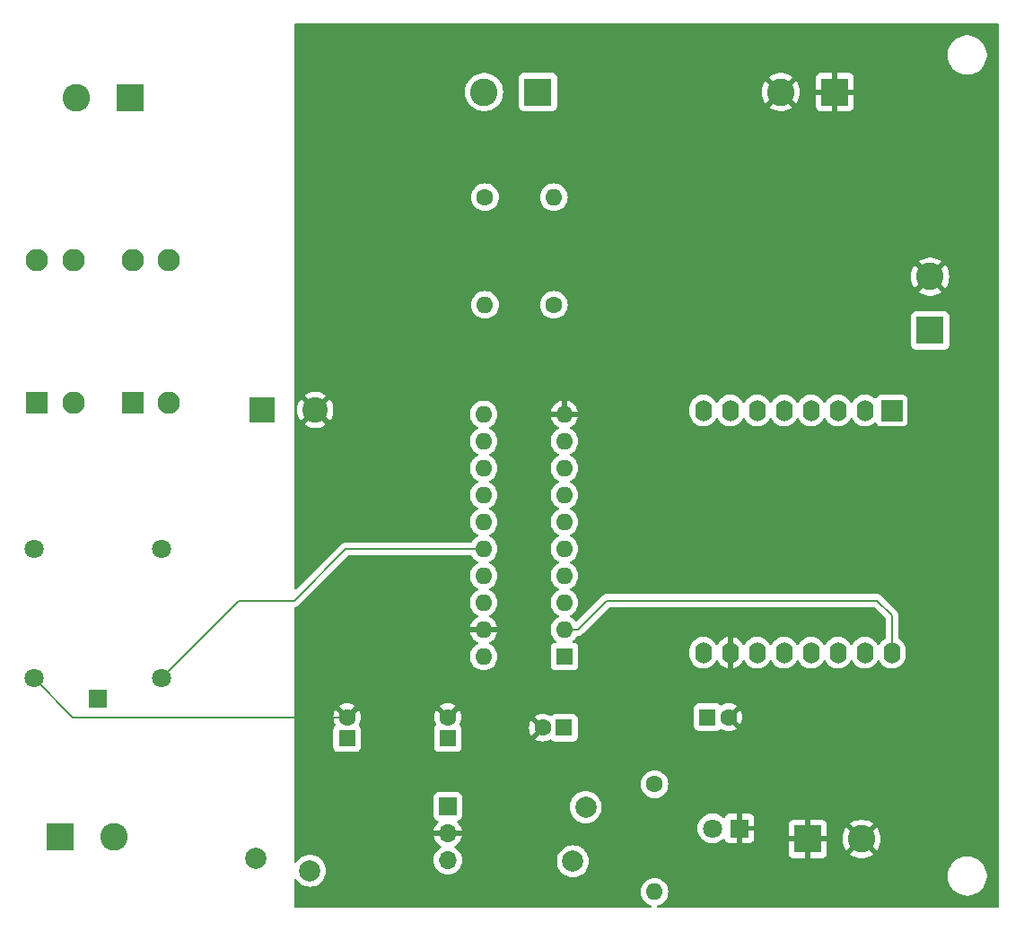
<source format=gbr>
%TF.GenerationSoftware,KiCad,Pcbnew,8.0.6*%
%TF.CreationDate,2025-01-17T19:16:01+01:00*%
%TF.ProjectId,pcb,7063622e-6b69-4636-9164-5f7063625858,rev?*%
%TF.SameCoordinates,Original*%
%TF.FileFunction,Copper,L2,Bot*%
%TF.FilePolarity,Positive*%
%FSLAX46Y46*%
G04 Gerber Fmt 4.6, Leading zero omitted, Abs format (unit mm)*
G04 Created by KiCad (PCBNEW 8.0.6) date 2025-01-17 19:16:01*
%MOMM*%
%LPD*%
G01*
G04 APERTURE LIST*
%TA.AperFunction,ComponentPad*%
%ADD10R,1.600000X1.600000*%
%TD*%
%TA.AperFunction,ComponentPad*%
%ADD11C,1.600000*%
%TD*%
%TA.AperFunction,ComponentPad*%
%ADD12R,2.600000X2.600000*%
%TD*%
%TA.AperFunction,ComponentPad*%
%ADD13C,2.600000*%
%TD*%
%TA.AperFunction,ComponentPad*%
%ADD14C,2.010000*%
%TD*%
%TA.AperFunction,ComponentPad*%
%ADD15O,1.600000X1.600000*%
%TD*%
%TA.AperFunction,ComponentPad*%
%ADD16R,2.108200X2.108200*%
%TD*%
%TA.AperFunction,ComponentPad*%
%ADD17C,2.108200*%
%TD*%
%TA.AperFunction,ComponentPad*%
%ADD18R,1.803400X1.803400*%
%TD*%
%TA.AperFunction,ComponentPad*%
%ADD19C,1.803400*%
%TD*%
%TA.AperFunction,ComponentPad*%
%ADD20R,2.400000X2.400000*%
%TD*%
%TA.AperFunction,ComponentPad*%
%ADD21C,2.400000*%
%TD*%
%TA.AperFunction,ComponentPad*%
%ADD22R,1.700000X1.700000*%
%TD*%
%TA.AperFunction,ComponentPad*%
%ADD23O,1.700000X1.700000*%
%TD*%
%TA.AperFunction,ComponentPad*%
%ADD24R,2.000000X2.000000*%
%TD*%
%TA.AperFunction,ComponentPad*%
%ADD25O,1.600000X2.000000*%
%TD*%
%TA.AperFunction,ComponentPad*%
%ADD26R,1.800000X1.800000*%
%TD*%
%TA.AperFunction,ComponentPad*%
%ADD27C,1.800000*%
%TD*%
%TA.AperFunction,Conductor*%
%ADD28C,0.200000*%
%TD*%
G04 APERTURE END LIST*
D10*
%TO.P,C4,1*%
%TO.N,+5VD*%
X192000000Y-106500000D03*
D11*
%TO.P,C4,2*%
%TO.N,GND*%
X194000000Y-106500000D03*
%TD*%
D12*
%TO.P,J4,1,Pin_1*%
%TO.N,+5VD*%
X213000000Y-70000000D03*
D13*
%TO.P,J4,2,Pin_2*%
%TO.N,GND*%
X213000000Y-64920000D03*
%TD*%
D12*
%TO.P,J1,1,Pin_1*%
%TO.N,Net-(J4-Pin_1)*%
X137545000Y-48000000D03*
D13*
%TO.P,J1,2,Pin_2*%
%TO.N,Net-(J4-Pin_2)*%
X132465000Y-48000000D03*
%TD*%
D12*
%TO.P,J3,1,Pin_1*%
%TO.N,GND*%
X204000000Y-47500000D03*
D13*
%TO.P,J3,2,Pin_2*%
X198920000Y-47500000D03*
%TD*%
D14*
%TO.P,F3,1*%
%TO.N,Net-(J9-Pin_3)*%
X154500000Y-121000000D03*
%TO.P,F3,2*%
%TO.N,+24V*%
X149400000Y-119800000D03*
%TD*%
D11*
%TO.P,R3,1*%
%TO.N,+5VD*%
X187000000Y-112840000D03*
D15*
%TO.P,R3,2*%
%TO.N,Net-(D1-A)*%
X187000000Y-123000000D03*
%TD*%
D16*
%TO.P,F2,1,1*%
%TO.N,+24V after Relay*%
X137753200Y-76805000D03*
D17*
%TO.P,F2,2,2*%
X141156800Y-76805000D03*
%TO.P,F2,3,3*%
%TO.N,Net-(J4-Pin_1)*%
X141156800Y-63343000D03*
%TO.P,F2,4,4*%
X137753200Y-63343000D03*
%TD*%
D18*
%TO.P,K1,1,1*%
%TO.N,+24V*%
X134455001Y-104805001D03*
D19*
%TO.P,K1,2,2*%
%TO.N,Net-(U2-B2)*%
X140455000Y-102805000D03*
%TO.P,K1,3,3*%
%TO.N,+24V after Relay*%
X140455000Y-90605802D03*
%TO.P,K1,4,4*%
%TO.N,unconnected-(K1-Pad4)*%
X128455002Y-90605802D03*
%TO.P,K1,5,5*%
%TO.N,GND*%
X128455002Y-102805000D03*
%TD*%
D11*
%TO.P,R1,1*%
%TO.N,Net-(J7-Pin_2)*%
X171000000Y-57420000D03*
D15*
%TO.P,R1,2*%
%TO.N,Net-(U2-B1)*%
X171000000Y-67580000D03*
%TD*%
D14*
%TO.P,F4,1*%
%TO.N,Net-(J9-Pin_1)*%
X179300000Y-120100000D03*
%TO.P,F4,2*%
%TO.N,+5VD*%
X180500000Y-115000000D03*
%TD*%
D11*
%TO.P,C2,2*%
%TO.N,GND*%
X167500000Y-106500000D03*
D10*
%TO.P,C2,1*%
%TO.N,Net-(J9-Pin_1)*%
X167500000Y-108500000D03*
%TD*%
D20*
%TO.P,C1,1*%
%TO.N,+24V after Relay*%
X150000000Y-77500000D03*
D21*
%TO.P,C1,2*%
%TO.N,GND*%
X155000000Y-77500000D03*
%TD*%
D11*
%TO.P,R2,1*%
%TO.N,Net-(U2-B0)*%
X177500000Y-67580000D03*
D15*
%TO.P,R2,2*%
%TO.N,Net-(J7-Pin_1)*%
X177500000Y-57420000D03*
%TD*%
D10*
%TO.P,U2,1,A->B*%
%TO.N,+5VD*%
X178500000Y-100780000D03*
D15*
%TO.P,U2,2,A0*%
%TO.N,Net-(U1-TX)*%
X178500000Y-98240000D03*
%TO.P,U2,3,A1*%
%TO.N,Net-(U1-D4)*%
X178500000Y-95700000D03*
%TO.P,U2,4,A2*%
%TO.N,Net-(U1-MOSI{slash}D7)*%
X178500000Y-93160000D03*
%TO.P,U2,5,A3*%
%TO.N,unconnected-(U2-A3-Pad5)*%
X178500000Y-90620000D03*
%TO.P,U2,6,A4*%
%TO.N,unconnected-(U2-A4-Pad6)*%
X178500000Y-88080000D03*
%TO.P,U2,7,A5*%
%TO.N,unconnected-(U2-A5-Pad7)*%
X178500000Y-85540000D03*
%TO.P,U2,8,A6*%
%TO.N,unconnected-(U2-A6-Pad8)*%
X178500000Y-83000000D03*
%TO.P,U2,9,A7*%
%TO.N,unconnected-(U2-A7-Pad9)*%
X178500000Y-80460000D03*
%TO.P,U2,10,GND*%
%TO.N,GND*%
X178500000Y-77920000D03*
%TO.P,U2,11,B7*%
%TO.N,unconnected-(U2-B7-Pad11)*%
X170880000Y-77920000D03*
%TO.P,U2,12,B6*%
%TO.N,unconnected-(U2-B6-Pad12)*%
X170880000Y-80460000D03*
%TO.P,U2,13,B5*%
%TO.N,unconnected-(U2-B5-Pad13)*%
X170880000Y-83000000D03*
%TO.P,U2,14,B4*%
%TO.N,unconnected-(U2-B4-Pad14)*%
X170880000Y-85540000D03*
%TO.P,U2,15,B3*%
%TO.N,unconnected-(U2-B3-Pad15)*%
X170880000Y-88080000D03*
%TO.P,U2,16,B2*%
%TO.N,Net-(U2-B2)*%
X170880000Y-90620000D03*
%TO.P,U2,17,B1*%
%TO.N,Net-(U2-B1)*%
X170880000Y-93160000D03*
%TO.P,U2,18,B0*%
%TO.N,Net-(U2-B0)*%
X170880000Y-95700000D03*
%TO.P,U2,19,CE*%
%TO.N,GND*%
X170880000Y-98240000D03*
%TO.P,U2,20,VCC*%
%TO.N,+5VD*%
X170880000Y-100780000D03*
%TD*%
D12*
%TO.P,J7,1,Pin_1*%
%TO.N,GND*%
X201455000Y-118000000D03*
D13*
%TO.P,J7,2,Pin_2*%
X206535000Y-118000000D03*
%TD*%
D22*
%TO.P,J6,1,Pin_1*%
%TO.N,Net-(J9-Pin_1)*%
X167500000Y-114920000D03*
D23*
%TO.P,J6,2,Pin_2*%
%TO.N,GND*%
X167500000Y-117460000D03*
%TO.P,J6,3,Pin_3*%
%TO.N,Net-(J9-Pin_3)*%
X167500000Y-120000000D03*
%TD*%
D24*
%TO.P,U1,1,~{RST}*%
%TO.N,unconnected-(U1-~{RST}-Pad1)*%
X209390000Y-77555000D03*
D25*
%TO.P,U1,2,A0*%
%TO.N,unconnected-(U1-A0-Pad2)*%
X206850000Y-77555000D03*
%TO.P,U1,3,D0*%
%TO.N,unconnected-(U1-D0-Pad3)*%
X204310000Y-77555000D03*
%TO.P,U1,4,SCK/D5*%
%TO.N,unconnected-(U1-SCK{slash}D5-Pad4)*%
X201770000Y-77555000D03*
%TO.P,U1,5,MISO/D6*%
%TO.N,unconnected-(U1-MISO{slash}D6-Pad5)*%
X199230000Y-77555000D03*
%TO.P,U1,6,MOSI/D7*%
%TO.N,Net-(U1-MOSI{slash}D7)*%
X196690000Y-77555000D03*
%TO.P,U1,7,CS/D8*%
%TO.N,unconnected-(U1-CS{slash}D8-Pad7)*%
X194150000Y-77555000D03*
%TO.P,U1,8,3V3*%
%TO.N,unconnected-(U1-3V3-Pad8)*%
X191610000Y-77555000D03*
%TO.P,U1,9,5V*%
%TO.N,+5VD*%
X191610000Y-100415000D03*
%TO.P,U1,10,GND*%
%TO.N,GND*%
X194150000Y-100415000D03*
%TO.P,U1,11,D4*%
%TO.N,Net-(U1-D4)*%
X196690000Y-100415000D03*
%TO.P,U1,12,D3*%
%TO.N,unconnected-(U1-D3-Pad12)*%
X199230000Y-100415000D03*
%TO.P,U1,13,SDA/D2*%
%TO.N,unconnected-(U1-SDA{slash}D2-Pad13)*%
X201770000Y-100415000D03*
%TO.P,U1,14,SCL/D1*%
%TO.N,unconnected-(U1-SCL{slash}D1-Pad14)*%
X204310000Y-100415000D03*
%TO.P,U1,15,RX*%
%TO.N,unconnected-(U1-RX-Pad15)*%
X206850000Y-100415000D03*
%TO.P,U1,16,TX*%
%TO.N,Net-(U1-TX)*%
X209390000Y-100415000D03*
%TD*%
D26*
%TO.P,D1,1,K*%
%TO.N,GND*%
X195000000Y-117000000D03*
D27*
%TO.P,D1,2,A*%
%TO.N,Net-(D1-A)*%
X192460000Y-117000000D03*
%TD*%
D10*
%TO.P,C5,1*%
%TO.N,Net-(J9-Pin_3)*%
X158000000Y-108500000D03*
D11*
%TO.P,C5,2*%
%TO.N,GND*%
X158000000Y-106500000D03*
%TD*%
D12*
%TO.P,J5,1,Pin_1*%
%TO.N,+24V*%
X130920000Y-117805000D03*
D13*
%TO.P,J5,2,Pin_2*%
X136000000Y-117805000D03*
%TD*%
D16*
%TO.P,F1,1,1*%
%TO.N,+24V after Relay*%
X128753200Y-76805000D03*
D17*
%TO.P,F1,2,2*%
X132156800Y-76805000D03*
%TO.P,F1,3,3*%
%TO.N,Net-(J4-Pin_2)*%
X132156800Y-63343000D03*
%TO.P,F1,4,4*%
X128753200Y-63343000D03*
%TD*%
D12*
%TO.P,J2,1,Pin_1*%
%TO.N,Net-(J7-Pin_1)*%
X176000000Y-47500000D03*
D13*
%TO.P,J2,2,Pin_2*%
%TO.N,Net-(J7-Pin_2)*%
X170920000Y-47500000D03*
%TD*%
D10*
%TO.P,C3,1*%
%TO.N,+5VD*%
X178455113Y-107500000D03*
D11*
%TO.P,C3,2*%
%TO.N,GND*%
X176455113Y-107500000D03*
%TD*%
D28*
%TO.N,GND*%
X128455002Y-102805000D02*
X132150002Y-106500000D01*
X132150002Y-106500000D02*
X158000000Y-106500000D01*
%TO.N,Net-(U2-B2)*%
X153000000Y-95500000D02*
X157880000Y-90620000D01*
X147760000Y-95500000D02*
X153000000Y-95500000D01*
X140455000Y-102805000D02*
X147760000Y-95500000D01*
X157880000Y-90620000D02*
X170880000Y-90620000D01*
%TO.N,Net-(U1-TX)*%
X178500000Y-98240000D02*
X179760000Y-98240000D01*
X209390000Y-96890000D02*
X209390000Y-100415000D01*
X179760000Y-98240000D02*
X182500000Y-95500000D01*
X208000000Y-95500000D02*
X209390000Y-96890000D01*
X182500000Y-95500000D02*
X208000000Y-95500000D01*
%TD*%
%TA.AperFunction,Conductor*%
%TO.N,GND*%
G36*
X219442539Y-41020185D02*
G01*
X219488294Y-41072989D01*
X219499500Y-41124500D01*
X219499500Y-124375500D01*
X219479815Y-124442539D01*
X219427011Y-124488294D01*
X219375500Y-124499500D01*
X187370412Y-124499500D01*
X187303373Y-124479815D01*
X187257618Y-124427011D01*
X187247674Y-124357853D01*
X187276699Y-124294297D01*
X187335477Y-124256523D01*
X187338319Y-124255725D01*
X187402558Y-124238511D01*
X187446496Y-124226739D01*
X187652734Y-124130568D01*
X187839139Y-124000047D01*
X188000047Y-123839139D01*
X188130568Y-123652734D01*
X188226739Y-123446496D01*
X188285635Y-123226692D01*
X188305468Y-123000000D01*
X188285635Y-122773308D01*
X188226739Y-122553504D01*
X188130568Y-122347266D01*
X188000047Y-122160861D01*
X188000045Y-122160858D01*
X187839141Y-121999954D01*
X187652734Y-121869432D01*
X187652732Y-121869431D01*
X187446497Y-121773261D01*
X187446488Y-121773258D01*
X187226697Y-121714366D01*
X187226693Y-121714365D01*
X187226692Y-121714365D01*
X187226691Y-121714364D01*
X187226686Y-121714364D01*
X187000002Y-121694532D01*
X186999998Y-121694532D01*
X186773313Y-121714364D01*
X186773302Y-121714366D01*
X186553511Y-121773258D01*
X186553502Y-121773261D01*
X186347267Y-121869431D01*
X186347265Y-121869432D01*
X186160858Y-121999954D01*
X185999954Y-122160858D01*
X185869432Y-122347265D01*
X185869431Y-122347267D01*
X185773261Y-122553502D01*
X185773258Y-122553511D01*
X185714366Y-122773302D01*
X185714364Y-122773313D01*
X185694532Y-122999998D01*
X185694532Y-123000001D01*
X185714364Y-123226686D01*
X185714366Y-123226697D01*
X185773258Y-123446488D01*
X185773261Y-123446497D01*
X185869431Y-123652732D01*
X185869432Y-123652734D01*
X185999954Y-123839141D01*
X186160858Y-124000045D01*
X186160861Y-124000047D01*
X186347266Y-124130568D01*
X186553504Y-124226739D01*
X186553509Y-124226740D01*
X186553511Y-124226741D01*
X186661681Y-124255725D01*
X186721342Y-124292090D01*
X186751871Y-124354937D01*
X186743576Y-124424312D01*
X186699091Y-124478190D01*
X186632539Y-124499465D01*
X186629588Y-124499500D01*
X153124000Y-124499500D01*
X153056961Y-124479815D01*
X153011206Y-124427011D01*
X153000000Y-124375500D01*
X153000000Y-121873240D01*
X153019685Y-121806201D01*
X153072489Y-121760446D01*
X153141647Y-121750502D01*
X153205203Y-121779527D01*
X153229726Y-121808449D01*
X153278259Y-121887647D01*
X153432159Y-122067841D01*
X153541068Y-122160858D01*
X153612355Y-122221743D01*
X153612357Y-122221744D01*
X153814403Y-122345558D01*
X153891807Y-122377619D01*
X154033336Y-122436243D01*
X154263760Y-122491562D01*
X154500000Y-122510155D01*
X154736240Y-122491562D01*
X154966664Y-122436243D01*
X155185596Y-122345558D01*
X155387647Y-122221741D01*
X155567841Y-122067841D01*
X155721741Y-121887647D01*
X155845558Y-121685596D01*
X155936243Y-121466664D01*
X155991562Y-121236240D01*
X156010155Y-121000000D01*
X155991562Y-120763760D01*
X155936243Y-120533336D01*
X155845558Y-120314404D01*
X155845558Y-120314403D01*
X155721744Y-120112357D01*
X155721743Y-120112355D01*
X155686974Y-120071646D01*
X155625782Y-119999999D01*
X166144341Y-119999999D01*
X166144341Y-120000000D01*
X166164936Y-120235403D01*
X166164938Y-120235413D01*
X166226094Y-120463655D01*
X166226096Y-120463659D01*
X166226097Y-120463663D01*
X166325965Y-120677830D01*
X166325967Y-120677834D01*
X166434281Y-120832521D01*
X166461505Y-120871401D01*
X166628599Y-121038495D01*
X166725384Y-121106265D01*
X166822165Y-121174032D01*
X166822167Y-121174033D01*
X166822170Y-121174035D01*
X167036337Y-121273903D01*
X167264592Y-121335063D01*
X167452918Y-121351539D01*
X167499999Y-121355659D01*
X167500000Y-121355659D01*
X167500001Y-121355659D01*
X167539234Y-121352226D01*
X167735408Y-121335063D01*
X167963663Y-121273903D01*
X168177830Y-121174035D01*
X168371401Y-121038495D01*
X168538495Y-120871401D01*
X168674035Y-120677830D01*
X168773903Y-120463663D01*
X168835063Y-120235408D01*
X168846910Y-120100000D01*
X177789845Y-120100000D01*
X177808438Y-120336243D01*
X177863754Y-120566654D01*
X177863758Y-120566666D01*
X177954441Y-120785596D01*
X178078255Y-120987642D01*
X178078256Y-120987644D01*
X178121687Y-121038495D01*
X178232159Y-121167841D01*
X178356342Y-121273903D01*
X178412355Y-121321743D01*
X178412357Y-121321744D01*
X178614403Y-121445558D01*
X178665334Y-121466654D01*
X178833336Y-121536243D01*
X179063760Y-121591562D01*
X179300000Y-121610155D01*
X179536240Y-121591562D01*
X179766664Y-121536243D01*
X179985596Y-121445558D01*
X180094680Y-121378711D01*
X214649500Y-121378711D01*
X214649500Y-121621288D01*
X214681161Y-121861785D01*
X214743947Y-122096104D01*
X214836773Y-122320205D01*
X214836777Y-122320214D01*
X214852395Y-122347265D01*
X214958064Y-122530289D01*
X214958066Y-122530292D01*
X214958067Y-122530293D01*
X215105733Y-122722736D01*
X215105739Y-122722743D01*
X215277256Y-122894260D01*
X215277262Y-122894265D01*
X215469711Y-123041936D01*
X215679788Y-123163224D01*
X215903900Y-123256054D01*
X216138211Y-123318838D01*
X216318586Y-123342584D01*
X216378711Y-123350500D01*
X216378712Y-123350500D01*
X216621289Y-123350500D01*
X216669388Y-123344167D01*
X216861789Y-123318838D01*
X217096100Y-123256054D01*
X217320212Y-123163224D01*
X217530289Y-123041936D01*
X217722738Y-122894265D01*
X217894265Y-122722738D01*
X218041936Y-122530289D01*
X218163224Y-122320212D01*
X218256054Y-122096100D01*
X218318838Y-121861789D01*
X218350500Y-121621288D01*
X218350500Y-121378712D01*
X218318838Y-121138211D01*
X218256054Y-120903900D01*
X218163224Y-120679788D01*
X218041936Y-120469711D01*
X217894265Y-120277262D01*
X217894260Y-120277256D01*
X217722743Y-120105739D01*
X217722736Y-120105733D01*
X217530293Y-119958067D01*
X217530292Y-119958066D01*
X217530289Y-119958064D01*
X217320212Y-119836776D01*
X217231427Y-119800000D01*
X217096104Y-119743947D01*
X216861785Y-119681161D01*
X216621289Y-119649500D01*
X216621288Y-119649500D01*
X216378712Y-119649500D01*
X216378711Y-119649500D01*
X216138214Y-119681161D01*
X215903895Y-119743947D01*
X215679794Y-119836773D01*
X215679785Y-119836777D01*
X215469706Y-119958067D01*
X215277263Y-120105733D01*
X215277256Y-120105739D01*
X215105739Y-120277256D01*
X215105733Y-120277263D01*
X214958067Y-120469706D01*
X214836777Y-120679785D01*
X214836773Y-120679794D01*
X214743947Y-120903895D01*
X214681161Y-121138214D01*
X214649500Y-121378711D01*
X180094680Y-121378711D01*
X180187647Y-121321741D01*
X180367841Y-121167841D01*
X180521741Y-120987647D01*
X180645558Y-120785596D01*
X180736243Y-120566664D01*
X180791562Y-120336240D01*
X180810155Y-120100000D01*
X180791562Y-119863760D01*
X180736243Y-119633336D01*
X180645558Y-119414404D01*
X180645558Y-119414403D01*
X180521744Y-119212357D01*
X180521743Y-119212355D01*
X180450208Y-119128599D01*
X180367841Y-119032159D01*
X180248706Y-118930408D01*
X180187644Y-118878256D01*
X180187642Y-118878255D01*
X179985596Y-118754441D01*
X179798726Y-118677037D01*
X179766664Y-118663757D01*
X179766660Y-118663756D01*
X179766654Y-118663754D01*
X179536243Y-118608438D01*
X179300000Y-118589845D01*
X179063756Y-118608438D01*
X178833345Y-118663754D01*
X178833333Y-118663758D01*
X178614403Y-118754441D01*
X178412357Y-118878255D01*
X178412355Y-118878256D01*
X178232159Y-119032159D01*
X178078256Y-119212355D01*
X178078255Y-119212357D01*
X177954441Y-119414403D01*
X177863758Y-119633333D01*
X177863754Y-119633345D01*
X177808438Y-119863756D01*
X177789845Y-120100000D01*
X168846910Y-120100000D01*
X168855659Y-120000000D01*
X168835063Y-119764592D01*
X168781249Y-119563754D01*
X168773905Y-119536344D01*
X168773904Y-119536343D01*
X168773903Y-119536337D01*
X168674035Y-119322171D01*
X168597142Y-119212355D01*
X168538494Y-119128597D01*
X168371402Y-118961506D01*
X168371401Y-118961505D01*
X168185405Y-118831269D01*
X168141781Y-118776692D01*
X168134588Y-118707193D01*
X168166110Y-118644839D01*
X168185405Y-118628119D01*
X168371082Y-118498105D01*
X168538105Y-118331082D01*
X168673600Y-118137578D01*
X168773429Y-117923492D01*
X168773432Y-117923486D01*
X168830636Y-117710000D01*
X167933012Y-117710000D01*
X167965925Y-117652993D01*
X168000000Y-117525826D01*
X168000000Y-117394174D01*
X167965925Y-117267007D01*
X167933012Y-117210000D01*
X168830636Y-117210000D01*
X168830635Y-117209999D01*
X168774364Y-116999993D01*
X191054700Y-116999993D01*
X191054700Y-117000006D01*
X191073864Y-117231297D01*
X191073866Y-117231308D01*
X191130842Y-117456300D01*
X191224075Y-117668848D01*
X191351016Y-117863147D01*
X191351019Y-117863151D01*
X191351021Y-117863153D01*
X191508216Y-118033913D01*
X191508219Y-118033915D01*
X191508222Y-118033918D01*
X191691365Y-118176464D01*
X191691371Y-118176468D01*
X191691374Y-118176470D01*
X191895497Y-118286936D01*
X191956534Y-118307890D01*
X192115015Y-118362297D01*
X192115017Y-118362297D01*
X192115019Y-118362298D01*
X192343951Y-118400500D01*
X192343952Y-118400500D01*
X192576048Y-118400500D01*
X192576049Y-118400500D01*
X192804981Y-118362298D01*
X193024503Y-118286936D01*
X193228626Y-118176470D01*
X193411784Y-118033913D01*
X193420511Y-118024432D01*
X193480394Y-117988441D01*
X193550232Y-117990538D01*
X193607850Y-118030060D01*
X193627924Y-118065080D01*
X193656645Y-118142086D01*
X193656649Y-118142093D01*
X193742809Y-118257187D01*
X193742812Y-118257190D01*
X193857906Y-118343350D01*
X193857913Y-118343354D01*
X193992620Y-118393596D01*
X193992627Y-118393598D01*
X194052155Y-118399999D01*
X194052172Y-118400000D01*
X194750000Y-118400000D01*
X194750000Y-117375277D01*
X194826306Y-117419333D01*
X194940756Y-117450000D01*
X195059244Y-117450000D01*
X195173694Y-117419333D01*
X195250000Y-117375277D01*
X195250000Y-118400000D01*
X195947828Y-118400000D01*
X195947844Y-118399999D01*
X196007372Y-118393598D01*
X196007379Y-118393596D01*
X196142086Y-118343354D01*
X196142093Y-118343350D01*
X196257187Y-118257190D01*
X196257190Y-118257187D01*
X196343350Y-118142093D01*
X196343354Y-118142086D01*
X196393596Y-118007379D01*
X196393598Y-118007372D01*
X196399999Y-117947844D01*
X196400000Y-117947827D01*
X196400000Y-117250000D01*
X195375278Y-117250000D01*
X195419333Y-117173694D01*
X195450000Y-117059244D01*
X195450000Y-116940756D01*
X195419333Y-116826306D01*
X195375278Y-116750000D01*
X196400000Y-116750000D01*
X196400000Y-116652155D01*
X199655000Y-116652155D01*
X199655000Y-117750000D01*
X200854999Y-117750000D01*
X200829979Y-117810402D01*
X200805000Y-117935981D01*
X200805000Y-118064019D01*
X200829979Y-118189598D01*
X200854999Y-118250000D01*
X199655000Y-118250000D01*
X199655000Y-119347844D01*
X199661401Y-119407372D01*
X199661403Y-119407379D01*
X199711645Y-119542086D01*
X199711649Y-119542093D01*
X199797809Y-119657187D01*
X199797812Y-119657190D01*
X199912906Y-119743350D01*
X199912913Y-119743354D01*
X200047620Y-119793596D01*
X200047627Y-119793598D01*
X200107155Y-119799999D01*
X200107172Y-119800000D01*
X201205000Y-119800000D01*
X201205000Y-118600001D01*
X201265402Y-118625021D01*
X201390981Y-118650000D01*
X201519019Y-118650000D01*
X201644598Y-118625021D01*
X201705000Y-118600001D01*
X201705000Y-119800000D01*
X202802828Y-119800000D01*
X202802844Y-119799999D01*
X202862372Y-119793598D01*
X202862379Y-119793596D01*
X202997086Y-119743354D01*
X202997093Y-119743350D01*
X203112187Y-119657190D01*
X203112190Y-119657187D01*
X203198350Y-119542093D01*
X203198354Y-119542086D01*
X203248596Y-119407379D01*
X203248598Y-119407372D01*
X203254999Y-119347844D01*
X203255000Y-119347827D01*
X203255000Y-118250000D01*
X202055001Y-118250000D01*
X202080021Y-118189598D01*
X202105000Y-118064019D01*
X202105000Y-117999995D01*
X204729953Y-117999995D01*
X204729953Y-118000004D01*
X204750113Y-118269026D01*
X204750113Y-118269028D01*
X204810142Y-118532033D01*
X204810148Y-118532052D01*
X204908709Y-118783181D01*
X204908708Y-118783181D01*
X205043602Y-119016822D01*
X205097294Y-119084151D01*
X205097295Y-119084151D01*
X205933958Y-118247488D01*
X205958978Y-118307890D01*
X206030112Y-118414351D01*
X206120649Y-118504888D01*
X206227110Y-118576022D01*
X206287510Y-118601041D01*
X205449848Y-119438702D01*
X205632483Y-119563220D01*
X205632485Y-119563221D01*
X205875539Y-119680269D01*
X205875537Y-119680269D01*
X206133337Y-119759790D01*
X206133343Y-119759792D01*
X206400101Y-119799999D01*
X206400110Y-119800000D01*
X206669890Y-119800000D01*
X206669898Y-119799999D01*
X206936656Y-119759792D01*
X206936662Y-119759790D01*
X207194461Y-119680269D01*
X207437521Y-119563218D01*
X207620150Y-119438702D01*
X206782488Y-118601041D01*
X206842890Y-118576022D01*
X206949351Y-118504888D01*
X207039888Y-118414351D01*
X207111022Y-118307890D01*
X207136041Y-118247488D01*
X207972703Y-119084151D01*
X207972704Y-119084150D01*
X208026393Y-119016828D01*
X208026400Y-119016817D01*
X208161290Y-118783181D01*
X208259851Y-118532052D01*
X208259857Y-118532033D01*
X208319886Y-118269028D01*
X208319886Y-118269026D01*
X208340047Y-118000004D01*
X208340047Y-117999995D01*
X208319886Y-117730973D01*
X208319886Y-117730971D01*
X208259857Y-117467966D01*
X208259851Y-117467947D01*
X208161290Y-117216818D01*
X208161291Y-117216818D01*
X208026397Y-116983177D01*
X207972704Y-116915847D01*
X207136041Y-117752510D01*
X207111022Y-117692110D01*
X207039888Y-117585649D01*
X206949351Y-117495112D01*
X206842890Y-117423978D01*
X206782488Y-117398958D01*
X207620150Y-116561296D01*
X207437517Y-116436779D01*
X207437516Y-116436778D01*
X207194460Y-116319730D01*
X207194462Y-116319730D01*
X206936662Y-116240209D01*
X206936656Y-116240207D01*
X206669898Y-116200000D01*
X206400101Y-116200000D01*
X206133343Y-116240207D01*
X206133337Y-116240209D01*
X205875538Y-116319730D01*
X205632485Y-116436778D01*
X205632476Y-116436783D01*
X205449848Y-116561296D01*
X206287511Y-117398958D01*
X206227110Y-117423978D01*
X206120649Y-117495112D01*
X206030112Y-117585649D01*
X205958978Y-117692110D01*
X205933958Y-117752511D01*
X205097295Y-116915848D01*
X205043600Y-116983180D01*
X204908709Y-117216818D01*
X204810148Y-117467947D01*
X204810142Y-117467966D01*
X204750113Y-117730971D01*
X204750113Y-117730973D01*
X204729953Y-117999995D01*
X202105000Y-117999995D01*
X202105000Y-117935981D01*
X202080021Y-117810402D01*
X202055001Y-117750000D01*
X203255000Y-117750000D01*
X203255000Y-116652172D01*
X203254999Y-116652155D01*
X203248598Y-116592627D01*
X203248596Y-116592620D01*
X203198354Y-116457913D01*
X203198350Y-116457906D01*
X203112190Y-116342812D01*
X203112187Y-116342809D01*
X202997093Y-116256649D01*
X202997086Y-116256645D01*
X202862379Y-116206403D01*
X202862372Y-116206401D01*
X202802844Y-116200000D01*
X201705000Y-116200000D01*
X201705000Y-117399998D01*
X201644598Y-117374979D01*
X201519019Y-117350000D01*
X201390981Y-117350000D01*
X201265402Y-117374979D01*
X201205000Y-117399998D01*
X201205000Y-116200000D01*
X200107155Y-116200000D01*
X200047627Y-116206401D01*
X200047620Y-116206403D01*
X199912913Y-116256645D01*
X199912906Y-116256649D01*
X199797812Y-116342809D01*
X199797809Y-116342812D01*
X199711649Y-116457906D01*
X199711645Y-116457913D01*
X199661403Y-116592620D01*
X199661401Y-116592627D01*
X199655000Y-116652155D01*
X196400000Y-116652155D01*
X196400000Y-116052172D01*
X196399999Y-116052155D01*
X196393598Y-115992627D01*
X196393596Y-115992620D01*
X196343354Y-115857913D01*
X196343350Y-115857906D01*
X196257190Y-115742812D01*
X196257187Y-115742809D01*
X196142093Y-115656649D01*
X196142086Y-115656645D01*
X196007379Y-115606403D01*
X196007372Y-115606401D01*
X195947844Y-115600000D01*
X195250000Y-115600000D01*
X195250000Y-116624722D01*
X195173694Y-116580667D01*
X195059244Y-116550000D01*
X194940756Y-116550000D01*
X194826306Y-116580667D01*
X194750000Y-116624722D01*
X194750000Y-115600000D01*
X194052155Y-115600000D01*
X193992627Y-115606401D01*
X193992620Y-115606403D01*
X193857913Y-115656645D01*
X193857906Y-115656649D01*
X193742812Y-115742809D01*
X193742809Y-115742812D01*
X193656649Y-115857906D01*
X193656646Y-115857911D01*
X193627924Y-115934920D01*
X193586052Y-115990853D01*
X193520588Y-116015270D01*
X193452315Y-116000418D01*
X193420514Y-115975571D01*
X193411784Y-115966087D01*
X193411779Y-115966083D01*
X193411777Y-115966081D01*
X193228634Y-115823535D01*
X193228628Y-115823531D01*
X193024504Y-115713064D01*
X193024495Y-115713061D01*
X192804984Y-115637702D01*
X192617404Y-115606401D01*
X192576049Y-115599500D01*
X192343951Y-115599500D01*
X192302596Y-115606401D01*
X192115015Y-115637702D01*
X191895504Y-115713061D01*
X191895495Y-115713064D01*
X191691371Y-115823531D01*
X191691365Y-115823535D01*
X191508222Y-115966081D01*
X191508219Y-115966084D01*
X191508216Y-115966086D01*
X191508216Y-115966087D01*
X191483791Y-115992620D01*
X191351016Y-116136852D01*
X191224075Y-116331151D01*
X191130842Y-116543699D01*
X191073866Y-116768691D01*
X191073864Y-116768702D01*
X191054700Y-116999993D01*
X168774364Y-116999993D01*
X168773432Y-116996513D01*
X168773429Y-116996507D01*
X168673600Y-116782422D01*
X168673599Y-116782420D01*
X168538113Y-116588926D01*
X168538108Y-116588920D01*
X168416053Y-116466865D01*
X168382568Y-116405542D01*
X168387552Y-116335850D01*
X168429424Y-116279917D01*
X168460400Y-116263002D01*
X168571024Y-116221743D01*
X168592326Y-116213798D01*
X168592326Y-116213797D01*
X168592331Y-116213796D01*
X168707546Y-116127546D01*
X168793796Y-116012331D01*
X168844091Y-115877483D01*
X168850500Y-115817873D01*
X168850500Y-115000000D01*
X178989845Y-115000000D01*
X179008438Y-115236243D01*
X179063754Y-115466654D01*
X179063758Y-115466666D01*
X179154441Y-115685596D01*
X179278255Y-115887642D01*
X179278256Y-115887644D01*
X179278259Y-115887647D01*
X179432159Y-116067841D01*
X179502065Y-116127546D01*
X179612355Y-116221743D01*
X179612357Y-116221744D01*
X179814403Y-116345558D01*
X179891807Y-116377619D01*
X180033336Y-116436243D01*
X180263760Y-116491562D01*
X180500000Y-116510155D01*
X180736240Y-116491562D01*
X180966664Y-116436243D01*
X181185596Y-116345558D01*
X181387647Y-116221741D01*
X181567841Y-116067841D01*
X181721741Y-115887647D01*
X181845558Y-115685596D01*
X181936243Y-115466664D01*
X181991562Y-115236240D01*
X182010155Y-115000000D01*
X181991562Y-114763760D01*
X181936243Y-114533336D01*
X181845558Y-114314404D01*
X181845558Y-114314403D01*
X181721744Y-114112357D01*
X181721743Y-114112355D01*
X181682782Y-114066738D01*
X181567841Y-113932159D01*
X181445493Y-113827664D01*
X181387644Y-113778256D01*
X181387642Y-113778255D01*
X181185596Y-113654441D01*
X180966666Y-113563758D01*
X180966668Y-113563758D01*
X180966664Y-113563757D01*
X180966660Y-113563756D01*
X180966654Y-113563754D01*
X180736243Y-113508438D01*
X180500000Y-113489845D01*
X180263756Y-113508438D01*
X180033345Y-113563754D01*
X180033333Y-113563758D01*
X179814403Y-113654441D01*
X179612357Y-113778255D01*
X179612355Y-113778256D01*
X179432159Y-113932159D01*
X179278256Y-114112355D01*
X179278255Y-114112357D01*
X179154441Y-114314403D01*
X179063758Y-114533333D01*
X179063754Y-114533345D01*
X179008438Y-114763756D01*
X178989845Y-115000000D01*
X168850500Y-115000000D01*
X168850499Y-114022128D01*
X168844091Y-113962517D01*
X168832768Y-113932159D01*
X168793797Y-113827671D01*
X168793793Y-113827664D01*
X168707547Y-113712455D01*
X168707544Y-113712452D01*
X168592335Y-113626206D01*
X168592328Y-113626202D01*
X168457482Y-113575908D01*
X168457483Y-113575908D01*
X168397883Y-113569501D01*
X168397881Y-113569500D01*
X168397873Y-113569500D01*
X168397864Y-113569500D01*
X166602129Y-113569500D01*
X166602123Y-113569501D01*
X166542516Y-113575908D01*
X166407671Y-113626202D01*
X166407664Y-113626206D01*
X166292455Y-113712452D01*
X166292452Y-113712455D01*
X166206206Y-113827664D01*
X166206202Y-113827671D01*
X166155908Y-113962517D01*
X166155043Y-113970568D01*
X166149501Y-114022123D01*
X166149500Y-114022135D01*
X166149500Y-115817870D01*
X166149501Y-115817876D01*
X166155908Y-115877483D01*
X166206202Y-116012328D01*
X166206206Y-116012335D01*
X166292452Y-116127544D01*
X166292455Y-116127547D01*
X166407664Y-116213793D01*
X166407671Y-116213797D01*
X166469902Y-116237007D01*
X166539598Y-116263002D01*
X166595531Y-116304873D01*
X166619949Y-116370337D01*
X166605098Y-116438610D01*
X166583947Y-116466865D01*
X166461886Y-116588926D01*
X166326400Y-116782420D01*
X166326399Y-116782422D01*
X166226570Y-116996507D01*
X166226567Y-116996513D01*
X166169364Y-117209999D01*
X166169364Y-117210000D01*
X167066988Y-117210000D01*
X167034075Y-117267007D01*
X167000000Y-117394174D01*
X167000000Y-117525826D01*
X167034075Y-117652993D01*
X167066988Y-117710000D01*
X166169364Y-117710000D01*
X166226567Y-117923486D01*
X166226570Y-117923492D01*
X166326399Y-118137578D01*
X166461894Y-118331082D01*
X166628917Y-118498105D01*
X166814595Y-118628119D01*
X166858219Y-118682696D01*
X166865412Y-118752195D01*
X166833890Y-118814549D01*
X166814595Y-118831269D01*
X166628594Y-118961508D01*
X166461505Y-119128597D01*
X166325965Y-119322169D01*
X166325964Y-119322171D01*
X166226098Y-119536335D01*
X166226094Y-119536344D01*
X166164938Y-119764586D01*
X166164936Y-119764596D01*
X166144341Y-119999999D01*
X155625782Y-119999999D01*
X155567841Y-119932159D01*
X155448706Y-119830408D01*
X155387644Y-119778256D01*
X155387642Y-119778255D01*
X155185596Y-119654441D01*
X154966666Y-119563758D01*
X154966668Y-119563758D01*
X154966664Y-119563757D01*
X154966660Y-119563756D01*
X154966654Y-119563754D01*
X154736243Y-119508438D01*
X154500000Y-119489845D01*
X154263756Y-119508438D01*
X154033345Y-119563754D01*
X154033333Y-119563758D01*
X153814403Y-119654441D01*
X153612357Y-119778255D01*
X153612355Y-119778256D01*
X153432159Y-119932159D01*
X153278256Y-120112355D01*
X153278255Y-120112358D01*
X153229727Y-120191549D01*
X153177915Y-120238424D01*
X153108986Y-120249847D01*
X153044823Y-120222190D01*
X153005798Y-120164234D01*
X153000000Y-120126759D01*
X153000000Y-112839998D01*
X185694532Y-112839998D01*
X185694532Y-112840001D01*
X185714364Y-113066686D01*
X185714366Y-113066697D01*
X185773258Y-113286488D01*
X185773261Y-113286497D01*
X185869431Y-113492732D01*
X185869432Y-113492734D01*
X185999954Y-113679141D01*
X186160858Y-113840045D01*
X186160861Y-113840047D01*
X186347266Y-113970568D01*
X186553504Y-114066739D01*
X186773308Y-114125635D01*
X186935230Y-114139801D01*
X186999998Y-114145468D01*
X187000000Y-114145468D01*
X187000002Y-114145468D01*
X187056673Y-114140509D01*
X187226692Y-114125635D01*
X187446496Y-114066739D01*
X187652734Y-113970568D01*
X187839139Y-113840047D01*
X188000047Y-113679139D01*
X188130568Y-113492734D01*
X188226739Y-113286496D01*
X188285635Y-113066692D01*
X188305468Y-112840000D01*
X188285635Y-112613308D01*
X188226739Y-112393504D01*
X188130568Y-112187266D01*
X188000047Y-112000861D01*
X188000045Y-112000858D01*
X187839141Y-111839954D01*
X187652734Y-111709432D01*
X187652732Y-111709431D01*
X187446497Y-111613261D01*
X187446488Y-111613258D01*
X187226697Y-111554366D01*
X187226693Y-111554365D01*
X187226692Y-111554365D01*
X187226691Y-111554364D01*
X187226686Y-111554364D01*
X187000002Y-111534532D01*
X186999998Y-111534532D01*
X186773313Y-111554364D01*
X186773302Y-111554366D01*
X186553511Y-111613258D01*
X186553502Y-111613261D01*
X186347267Y-111709431D01*
X186347265Y-111709432D01*
X186160858Y-111839954D01*
X185999954Y-112000858D01*
X185869432Y-112187265D01*
X185869431Y-112187267D01*
X185773261Y-112393502D01*
X185773258Y-112393511D01*
X185714366Y-112613302D01*
X185714364Y-112613313D01*
X185694532Y-112839998D01*
X153000000Y-112839998D01*
X153000000Y-106499997D01*
X156695034Y-106499997D01*
X156695034Y-106500002D01*
X156714858Y-106726599D01*
X156714860Y-106726610D01*
X156773730Y-106946317D01*
X156773734Y-106946326D01*
X156869865Y-107152481D01*
X156869868Y-107152485D01*
X156878812Y-107165260D01*
X156901138Y-107231467D01*
X156884125Y-107299234D01*
X156851549Y-107335645D01*
X156842456Y-107342452D01*
X156842451Y-107342457D01*
X156756206Y-107457664D01*
X156756202Y-107457671D01*
X156705908Y-107592517D01*
X156701864Y-107630136D01*
X156699501Y-107652123D01*
X156699500Y-107652135D01*
X156699500Y-109347870D01*
X156699501Y-109347876D01*
X156705908Y-109407483D01*
X156756202Y-109542328D01*
X156756206Y-109542335D01*
X156842452Y-109657544D01*
X156842455Y-109657547D01*
X156957664Y-109743793D01*
X156957671Y-109743797D01*
X157092517Y-109794091D01*
X157092516Y-109794091D01*
X157099444Y-109794835D01*
X157152127Y-109800500D01*
X158847872Y-109800499D01*
X158907483Y-109794091D01*
X159042331Y-109743796D01*
X159157546Y-109657546D01*
X159243796Y-109542331D01*
X159294091Y-109407483D01*
X159300500Y-109347873D01*
X159300499Y-107652128D01*
X159294091Y-107592517D01*
X159289058Y-107579024D01*
X159243797Y-107457671D01*
X159243793Y-107457664D01*
X159192123Y-107388643D01*
X159157546Y-107342454D01*
X159148449Y-107335644D01*
X159106581Y-107279710D01*
X159101599Y-107210018D01*
X159121191Y-107165253D01*
X159130134Y-107152481D01*
X159226265Y-106946326D01*
X159226269Y-106946317D01*
X159285139Y-106726610D01*
X159285141Y-106726599D01*
X159304966Y-106500002D01*
X159304966Y-106499997D01*
X166195034Y-106499997D01*
X166195034Y-106500002D01*
X166214858Y-106726599D01*
X166214860Y-106726610D01*
X166273730Y-106946317D01*
X166273734Y-106946326D01*
X166369865Y-107152481D01*
X166369868Y-107152485D01*
X166378812Y-107165260D01*
X166401138Y-107231467D01*
X166384125Y-107299234D01*
X166351549Y-107335645D01*
X166342456Y-107342452D01*
X166342451Y-107342457D01*
X166256206Y-107457664D01*
X166256202Y-107457671D01*
X166205908Y-107592517D01*
X166201864Y-107630136D01*
X166199501Y-107652123D01*
X166199500Y-107652135D01*
X166199500Y-109347870D01*
X166199501Y-109347876D01*
X166205908Y-109407483D01*
X166256202Y-109542328D01*
X166256206Y-109542335D01*
X166342452Y-109657544D01*
X166342455Y-109657547D01*
X166457664Y-109743793D01*
X166457671Y-109743797D01*
X166592517Y-109794091D01*
X166592516Y-109794091D01*
X166599444Y-109794835D01*
X166652127Y-109800500D01*
X168347872Y-109800499D01*
X168407483Y-109794091D01*
X168542331Y-109743796D01*
X168657546Y-109657546D01*
X168743796Y-109542331D01*
X168794091Y-109407483D01*
X168800500Y-109347873D01*
X168800499Y-107652128D01*
X168794091Y-107592517D01*
X168789058Y-107579024D01*
X168759583Y-107499997D01*
X175150147Y-107499997D01*
X175150147Y-107500002D01*
X175169971Y-107726599D01*
X175169973Y-107726610D01*
X175228843Y-107946317D01*
X175228848Y-107946331D01*
X175324976Y-108152478D01*
X175376087Y-108225472D01*
X176055113Y-107546446D01*
X176055113Y-107552661D01*
X176082372Y-107654394D01*
X176135033Y-107745606D01*
X176209507Y-107820080D01*
X176300719Y-107872741D01*
X176402452Y-107900000D01*
X176408664Y-107900000D01*
X175729639Y-108579025D01*
X175802626Y-108630132D01*
X175802634Y-108630136D01*
X176008781Y-108726264D01*
X176008795Y-108726269D01*
X176228502Y-108785139D01*
X176228513Y-108785141D01*
X176455111Y-108804966D01*
X176455115Y-108804966D01*
X176681712Y-108785141D01*
X176681723Y-108785139D01*
X176901430Y-108726269D01*
X176901439Y-108726265D01*
X177107594Y-108630134D01*
X177120366Y-108621191D01*
X177186572Y-108598862D01*
X177254340Y-108615870D01*
X177290757Y-108648449D01*
X177297567Y-108657546D01*
X177343756Y-108692123D01*
X177412777Y-108743793D01*
X177412784Y-108743797D01*
X177547630Y-108794091D01*
X177547629Y-108794091D01*
X177554557Y-108794835D01*
X177607240Y-108800500D01*
X179302985Y-108800499D01*
X179362596Y-108794091D01*
X179497444Y-108743796D01*
X179612659Y-108657546D01*
X179698909Y-108542331D01*
X179749204Y-108407483D01*
X179755613Y-108347873D01*
X179755612Y-106652128D01*
X179749204Y-106592517D01*
X179747400Y-106587681D01*
X179698910Y-106457671D01*
X179698906Y-106457664D01*
X179612660Y-106342455D01*
X179612657Y-106342452D01*
X179497448Y-106256206D01*
X179497441Y-106256202D01*
X179362595Y-106205908D01*
X179362596Y-106205908D01*
X179302996Y-106199501D01*
X179302994Y-106199500D01*
X179302986Y-106199500D01*
X179302977Y-106199500D01*
X177607242Y-106199500D01*
X177607236Y-106199501D01*
X177547629Y-106205908D01*
X177412784Y-106256202D01*
X177412777Y-106256206D01*
X177297570Y-106342451D01*
X177297565Y-106342456D01*
X177290758Y-106351549D01*
X177234823Y-106393418D01*
X177165131Y-106398400D01*
X177120373Y-106378812D01*
X177107598Y-106369868D01*
X177107594Y-106369865D01*
X176901439Y-106273734D01*
X176901430Y-106273730D01*
X176681723Y-106214860D01*
X176681712Y-106214858D01*
X176455115Y-106195034D01*
X176455111Y-106195034D01*
X176228513Y-106214858D01*
X176228502Y-106214860D01*
X176008795Y-106273730D01*
X176008786Y-106273734D01*
X175802629Y-106369866D01*
X175802625Y-106369868D01*
X175729639Y-106420973D01*
X175729639Y-106420974D01*
X176408666Y-107100000D01*
X176402452Y-107100000D01*
X176300719Y-107127259D01*
X176209507Y-107179920D01*
X176135033Y-107254394D01*
X176082372Y-107345606D01*
X176055113Y-107447339D01*
X176055113Y-107453552D01*
X175376087Y-106774526D01*
X175376086Y-106774526D01*
X175324981Y-106847512D01*
X175324979Y-106847516D01*
X175228847Y-107053673D01*
X175228843Y-107053682D01*
X175169973Y-107273389D01*
X175169971Y-107273400D01*
X175150147Y-107499997D01*
X168759583Y-107499997D01*
X168743797Y-107457671D01*
X168743793Y-107457664D01*
X168692123Y-107388643D01*
X168657546Y-107342454D01*
X168648449Y-107335644D01*
X168606581Y-107279710D01*
X168601599Y-107210018D01*
X168621191Y-107165253D01*
X168630134Y-107152481D01*
X168726265Y-106946326D01*
X168726269Y-106946317D01*
X168785139Y-106726610D01*
X168785141Y-106726599D01*
X168804966Y-106500002D01*
X168804966Y-106499997D01*
X168785141Y-106273400D01*
X168785139Y-106273389D01*
X168726269Y-106053682D01*
X168726264Y-106053668D01*
X168630136Y-105847521D01*
X168630132Y-105847513D01*
X168579025Y-105774526D01*
X167900000Y-106453551D01*
X167900000Y-106447339D01*
X167872741Y-106345606D01*
X167820080Y-106254394D01*
X167745606Y-106179920D01*
X167654394Y-106127259D01*
X167552661Y-106100000D01*
X167546448Y-106100000D01*
X167994312Y-105652135D01*
X190699500Y-105652135D01*
X190699500Y-107347870D01*
X190699501Y-107347876D01*
X190705908Y-107407483D01*
X190756202Y-107542328D01*
X190756206Y-107542335D01*
X190842452Y-107657544D01*
X190842455Y-107657547D01*
X190957664Y-107743793D01*
X190957671Y-107743797D01*
X191092517Y-107794091D01*
X191092516Y-107794091D01*
X191099444Y-107794835D01*
X191152127Y-107800500D01*
X192847872Y-107800499D01*
X192907483Y-107794091D01*
X193042331Y-107743796D01*
X193157546Y-107657546D01*
X193164350Y-107648455D01*
X193220280Y-107606584D01*
X193289971Y-107601597D01*
X193334740Y-107621188D01*
X193347512Y-107630130D01*
X193347518Y-107630134D01*
X193553673Y-107726265D01*
X193553682Y-107726269D01*
X193773389Y-107785139D01*
X193773400Y-107785141D01*
X193999998Y-107804966D01*
X194000002Y-107804966D01*
X194226599Y-107785141D01*
X194226610Y-107785139D01*
X194446317Y-107726269D01*
X194446331Y-107726264D01*
X194652478Y-107630136D01*
X194725471Y-107579024D01*
X194046447Y-106900000D01*
X194052661Y-106900000D01*
X194154394Y-106872741D01*
X194245606Y-106820080D01*
X194320080Y-106745606D01*
X194372741Y-106654394D01*
X194400000Y-106552661D01*
X194400000Y-106546447D01*
X195079024Y-107225471D01*
X195130136Y-107152478D01*
X195226264Y-106946331D01*
X195226269Y-106946317D01*
X195285139Y-106726610D01*
X195285141Y-106726599D01*
X195304966Y-106500002D01*
X195304966Y-106499997D01*
X195285141Y-106273400D01*
X195285139Y-106273389D01*
X195226269Y-106053682D01*
X195226264Y-106053668D01*
X195130136Y-105847521D01*
X195130132Y-105847513D01*
X195079025Y-105774526D01*
X194400000Y-106453551D01*
X194400000Y-106447339D01*
X194372741Y-106345606D01*
X194320080Y-106254394D01*
X194245606Y-106179920D01*
X194154394Y-106127259D01*
X194052661Y-106100000D01*
X194046447Y-106100000D01*
X194725472Y-105420974D01*
X194652478Y-105369863D01*
X194446331Y-105273735D01*
X194446317Y-105273730D01*
X194226610Y-105214860D01*
X194226599Y-105214858D01*
X194000002Y-105195034D01*
X193999998Y-105195034D01*
X193773400Y-105214858D01*
X193773389Y-105214860D01*
X193553682Y-105273730D01*
X193553673Y-105273734D01*
X193347512Y-105369868D01*
X193347507Y-105369871D01*
X193334736Y-105378813D01*
X193268529Y-105401138D01*
X193200763Y-105384124D01*
X193164352Y-105351546D01*
X193157546Y-105342454D01*
X193157544Y-105342453D01*
X193157544Y-105342452D01*
X193042335Y-105256206D01*
X193042328Y-105256202D01*
X192907482Y-105205908D01*
X192907483Y-105205908D01*
X192847883Y-105199501D01*
X192847881Y-105199500D01*
X192847873Y-105199500D01*
X192847864Y-105199500D01*
X191152129Y-105199500D01*
X191152123Y-105199501D01*
X191092516Y-105205908D01*
X190957671Y-105256202D01*
X190957664Y-105256206D01*
X190842455Y-105342452D01*
X190842452Y-105342455D01*
X190756206Y-105457664D01*
X190756202Y-105457671D01*
X190705908Y-105592517D01*
X190699501Y-105652116D01*
X190699500Y-105652135D01*
X167994312Y-105652135D01*
X168225472Y-105420974D01*
X168152478Y-105369863D01*
X167946331Y-105273735D01*
X167946317Y-105273730D01*
X167726610Y-105214860D01*
X167726599Y-105214858D01*
X167500002Y-105195034D01*
X167499998Y-105195034D01*
X167273400Y-105214858D01*
X167273389Y-105214860D01*
X167053682Y-105273730D01*
X167053673Y-105273734D01*
X166847516Y-105369866D01*
X166847512Y-105369868D01*
X166774526Y-105420973D01*
X166774526Y-105420974D01*
X167453553Y-106100000D01*
X167447339Y-106100000D01*
X167345606Y-106127259D01*
X167254394Y-106179920D01*
X167179920Y-106254394D01*
X167127259Y-106345606D01*
X167100000Y-106447339D01*
X167100000Y-106453552D01*
X166420974Y-105774526D01*
X166420973Y-105774526D01*
X166369868Y-105847512D01*
X166369866Y-105847516D01*
X166273734Y-106053673D01*
X166273730Y-106053682D01*
X166214860Y-106273389D01*
X166214858Y-106273400D01*
X166195034Y-106499997D01*
X159304966Y-106499997D01*
X159285141Y-106273400D01*
X159285139Y-106273389D01*
X159226269Y-106053682D01*
X159226264Y-106053668D01*
X159130136Y-105847521D01*
X159130132Y-105847513D01*
X159079025Y-105774526D01*
X158400000Y-106453551D01*
X158400000Y-106447339D01*
X158372741Y-106345606D01*
X158320080Y-106254394D01*
X158245606Y-106179920D01*
X158154394Y-106127259D01*
X158052661Y-106100000D01*
X158046448Y-106100000D01*
X158725472Y-105420974D01*
X158652478Y-105369863D01*
X158446331Y-105273735D01*
X158446317Y-105273730D01*
X158226610Y-105214860D01*
X158226599Y-105214858D01*
X158000002Y-105195034D01*
X157999998Y-105195034D01*
X157773400Y-105214858D01*
X157773389Y-105214860D01*
X157553682Y-105273730D01*
X157553673Y-105273734D01*
X157347516Y-105369866D01*
X157347512Y-105369868D01*
X157274526Y-105420973D01*
X157274526Y-105420974D01*
X157953553Y-106100000D01*
X157947339Y-106100000D01*
X157845606Y-106127259D01*
X157754394Y-106179920D01*
X157679920Y-106254394D01*
X157627259Y-106345606D01*
X157600000Y-106447339D01*
X157600000Y-106453552D01*
X156920974Y-105774526D01*
X156920973Y-105774526D01*
X156869868Y-105847512D01*
X156869866Y-105847516D01*
X156773734Y-106053673D01*
X156773730Y-106053682D01*
X156714860Y-106273389D01*
X156714858Y-106273400D01*
X156695034Y-106499997D01*
X153000000Y-106499997D01*
X153000000Y-96216832D01*
X153019685Y-96149793D01*
X153072489Y-96104038D01*
X153091898Y-96097060D01*
X153231785Y-96059577D01*
X153281904Y-96030639D01*
X153368716Y-95980520D01*
X153480520Y-95868716D01*
X153480520Y-95868714D01*
X153490728Y-95858507D01*
X153490729Y-95858504D01*
X158092416Y-91256819D01*
X158153739Y-91223334D01*
X158180097Y-91220500D01*
X169648308Y-91220500D01*
X169715347Y-91240185D01*
X169749880Y-91273374D01*
X169835480Y-91395624D01*
X169879954Y-91459141D01*
X170040858Y-91620045D01*
X170040861Y-91620047D01*
X170227266Y-91750568D01*
X170285275Y-91777618D01*
X170337714Y-91823791D01*
X170356866Y-91890984D01*
X170336650Y-91957865D01*
X170285275Y-92002382D01*
X170227267Y-92029431D01*
X170227265Y-92029432D01*
X170040858Y-92159954D01*
X169879954Y-92320858D01*
X169749432Y-92507265D01*
X169749431Y-92507267D01*
X169653261Y-92713502D01*
X169653258Y-92713511D01*
X169594366Y-92933302D01*
X169594364Y-92933313D01*
X169574532Y-93159998D01*
X169574532Y-93160001D01*
X169594364Y-93386686D01*
X169594366Y-93386697D01*
X169653258Y-93606488D01*
X169653261Y-93606497D01*
X169749431Y-93812732D01*
X169749432Y-93812734D01*
X169879954Y-93999141D01*
X170040858Y-94160045D01*
X170040861Y-94160047D01*
X170227266Y-94290568D01*
X170285275Y-94317618D01*
X170337714Y-94363791D01*
X170356866Y-94430984D01*
X170336650Y-94497865D01*
X170285275Y-94542382D01*
X170227267Y-94569431D01*
X170227265Y-94569432D01*
X170040858Y-94699954D01*
X169879954Y-94860858D01*
X169749432Y-95047265D01*
X169749431Y-95047267D01*
X169653261Y-95253502D01*
X169653258Y-95253511D01*
X169594366Y-95473302D01*
X169594364Y-95473313D01*
X169574532Y-95699998D01*
X169574532Y-95700001D01*
X169594364Y-95926686D01*
X169594366Y-95926697D01*
X169653258Y-96146488D01*
X169653261Y-96146497D01*
X169749431Y-96352732D01*
X169749432Y-96352734D01*
X169879953Y-96539140D01*
X170040858Y-96700045D01*
X170040861Y-96700047D01*
X170227266Y-96830568D01*
X170285865Y-96857893D01*
X170338305Y-96904065D01*
X170357457Y-96971258D01*
X170337242Y-97038139D01*
X170285867Y-97082657D01*
X170227515Y-97109867D01*
X170041179Y-97240342D01*
X169880342Y-97401179D01*
X169749865Y-97587517D01*
X169653734Y-97793673D01*
X169653730Y-97793682D01*
X169601127Y-97989999D01*
X169601128Y-97990000D01*
X170564314Y-97990000D01*
X170559920Y-97994394D01*
X170507259Y-98085606D01*
X170480000Y-98187339D01*
X170480000Y-98292661D01*
X170507259Y-98394394D01*
X170559920Y-98485606D01*
X170564314Y-98490000D01*
X169601128Y-98490000D01*
X169653730Y-98686317D01*
X169653734Y-98686326D01*
X169749865Y-98892482D01*
X169880342Y-99078820D01*
X170041179Y-99239657D01*
X170227518Y-99370134D01*
X170227520Y-99370135D01*
X170285865Y-99397342D01*
X170338305Y-99443514D01*
X170357457Y-99510707D01*
X170337242Y-99577589D01*
X170285867Y-99622105D01*
X170276167Y-99626629D01*
X170227264Y-99649433D01*
X170040858Y-99779954D01*
X169879954Y-99940858D01*
X169749432Y-100127265D01*
X169749431Y-100127267D01*
X169653261Y-100333502D01*
X169653258Y-100333511D01*
X169594366Y-100553302D01*
X169594364Y-100553313D01*
X169574532Y-100779998D01*
X169574532Y-100780001D01*
X169594364Y-101006686D01*
X169594366Y-101006697D01*
X169653258Y-101226488D01*
X169653261Y-101226497D01*
X169749431Y-101432732D01*
X169749432Y-101432734D01*
X169879954Y-101619141D01*
X170040858Y-101780045D01*
X170040861Y-101780047D01*
X170227266Y-101910568D01*
X170433504Y-102006739D01*
X170653308Y-102065635D01*
X170815230Y-102079801D01*
X170879998Y-102085468D01*
X170880000Y-102085468D01*
X170880002Y-102085468D01*
X170936807Y-102080498D01*
X171106692Y-102065635D01*
X171326496Y-102006739D01*
X171532734Y-101910568D01*
X171719139Y-101780047D01*
X171880047Y-101619139D01*
X172010568Y-101432734D01*
X172106739Y-101226496D01*
X172165635Y-101006692D01*
X172185468Y-100780000D01*
X172165635Y-100553308D01*
X172106739Y-100333504D01*
X172010568Y-100127266D01*
X171912839Y-99987693D01*
X171880045Y-99940858D01*
X171719141Y-99779954D01*
X171532734Y-99649432D01*
X171532732Y-99649431D01*
X171483831Y-99626628D01*
X171474132Y-99622105D01*
X171421694Y-99575934D01*
X171402542Y-99508740D01*
X171422758Y-99441859D01*
X171474134Y-99397341D01*
X171532484Y-99370132D01*
X171718820Y-99239657D01*
X171879657Y-99078820D01*
X172010134Y-98892482D01*
X172106265Y-98686326D01*
X172106269Y-98686317D01*
X172158872Y-98490000D01*
X171195686Y-98490000D01*
X171200080Y-98485606D01*
X171252741Y-98394394D01*
X171280000Y-98292661D01*
X171280000Y-98187339D01*
X171252741Y-98085606D01*
X171200080Y-97994394D01*
X171195686Y-97990000D01*
X172158872Y-97990000D01*
X172158872Y-97989999D01*
X172106269Y-97793682D01*
X172106265Y-97793673D01*
X172010134Y-97587517D01*
X171879657Y-97401179D01*
X171718820Y-97240342D01*
X171532482Y-97109865D01*
X171474133Y-97082657D01*
X171421694Y-97036484D01*
X171402542Y-96969291D01*
X171422758Y-96902410D01*
X171474129Y-96857895D01*
X171532734Y-96830568D01*
X171719139Y-96700047D01*
X171760973Y-96658213D01*
X171880047Y-96539140D01*
X171970834Y-96409480D01*
X172010568Y-96352734D01*
X172106739Y-96146496D01*
X172165635Y-95926692D01*
X172185468Y-95700000D01*
X172165635Y-95473308D01*
X172106739Y-95253504D01*
X172010568Y-95047266D01*
X171880047Y-94860861D01*
X171880045Y-94860858D01*
X171719141Y-94699954D01*
X171532734Y-94569432D01*
X171532728Y-94569429D01*
X171474725Y-94542382D01*
X171422285Y-94496210D01*
X171403133Y-94429017D01*
X171423348Y-94362135D01*
X171474725Y-94317618D01*
X171532734Y-94290568D01*
X171719139Y-94160047D01*
X171880047Y-93999139D01*
X172010568Y-93812734D01*
X172106739Y-93606496D01*
X172165635Y-93386692D01*
X172185468Y-93160000D01*
X172165635Y-92933308D01*
X172106739Y-92713504D01*
X172010568Y-92507266D01*
X171880047Y-92320861D01*
X171880045Y-92320858D01*
X171719141Y-92159954D01*
X171532734Y-92029432D01*
X171532728Y-92029429D01*
X171474725Y-92002382D01*
X171422285Y-91956210D01*
X171403133Y-91889017D01*
X171423348Y-91822135D01*
X171474725Y-91777618D01*
X171532734Y-91750568D01*
X171719139Y-91620047D01*
X171880047Y-91459139D01*
X172010568Y-91272734D01*
X172106739Y-91066496D01*
X172165635Y-90846692D01*
X172185468Y-90620000D01*
X172165635Y-90393308D01*
X172106739Y-90173504D01*
X172010568Y-89967266D01*
X171880047Y-89780861D01*
X171880045Y-89780858D01*
X171719141Y-89619954D01*
X171532734Y-89489432D01*
X171532728Y-89489429D01*
X171474725Y-89462382D01*
X171422285Y-89416210D01*
X171403133Y-89349017D01*
X171423348Y-89282135D01*
X171474725Y-89237618D01*
X171532734Y-89210568D01*
X171719139Y-89080047D01*
X171880047Y-88919139D01*
X172010568Y-88732734D01*
X172106739Y-88526496D01*
X172165635Y-88306692D01*
X172185468Y-88080000D01*
X172165635Y-87853308D01*
X172106739Y-87633504D01*
X172010568Y-87427266D01*
X171880047Y-87240861D01*
X171880045Y-87240858D01*
X171719141Y-87079954D01*
X171532734Y-86949432D01*
X171532728Y-86949429D01*
X171474725Y-86922382D01*
X171422285Y-86876210D01*
X171403133Y-86809017D01*
X171423348Y-86742135D01*
X171474725Y-86697618D01*
X171532734Y-86670568D01*
X171719139Y-86540047D01*
X171880047Y-86379139D01*
X172010568Y-86192734D01*
X172106739Y-85986496D01*
X172165635Y-85766692D01*
X172185468Y-85540000D01*
X172165635Y-85313308D01*
X172106739Y-85093504D01*
X172010568Y-84887266D01*
X171880047Y-84700861D01*
X171880045Y-84700858D01*
X171719141Y-84539954D01*
X171532734Y-84409432D01*
X171532728Y-84409429D01*
X171474725Y-84382382D01*
X171422285Y-84336210D01*
X171403133Y-84269017D01*
X171423348Y-84202135D01*
X171474725Y-84157618D01*
X171532734Y-84130568D01*
X171719139Y-84000047D01*
X171880047Y-83839139D01*
X172010568Y-83652734D01*
X172106739Y-83446496D01*
X172165635Y-83226692D01*
X172185468Y-83000000D01*
X172165635Y-82773308D01*
X172106739Y-82553504D01*
X172010568Y-82347266D01*
X171880047Y-82160861D01*
X171880045Y-82160858D01*
X171719141Y-81999954D01*
X171532734Y-81869432D01*
X171532728Y-81869429D01*
X171474725Y-81842382D01*
X171422285Y-81796210D01*
X171403133Y-81729017D01*
X171423348Y-81662135D01*
X171474725Y-81617618D01*
X171532734Y-81590568D01*
X171719139Y-81460047D01*
X171880047Y-81299139D01*
X172010568Y-81112734D01*
X172106739Y-80906496D01*
X172165635Y-80686692D01*
X172185468Y-80460000D01*
X172185468Y-80459998D01*
X177194532Y-80459998D01*
X177194532Y-80460001D01*
X177214364Y-80686686D01*
X177214366Y-80686697D01*
X177273258Y-80906488D01*
X177273261Y-80906497D01*
X177369431Y-81112732D01*
X177369432Y-81112734D01*
X177499954Y-81299141D01*
X177660858Y-81460045D01*
X177660861Y-81460047D01*
X177847266Y-81590568D01*
X177905275Y-81617618D01*
X177957714Y-81663791D01*
X177976866Y-81730984D01*
X177956650Y-81797865D01*
X177905275Y-81842382D01*
X177847267Y-81869431D01*
X177847265Y-81869432D01*
X177660858Y-81999954D01*
X177499954Y-82160858D01*
X177369432Y-82347265D01*
X177369431Y-82347267D01*
X177273261Y-82553502D01*
X177273258Y-82553511D01*
X177214366Y-82773302D01*
X177214364Y-82773313D01*
X177194532Y-82999998D01*
X177194532Y-83000001D01*
X177214364Y-83226686D01*
X177214366Y-83226697D01*
X177273258Y-83446488D01*
X177273261Y-83446497D01*
X177369431Y-83652732D01*
X177369432Y-83652734D01*
X177499954Y-83839141D01*
X177660858Y-84000045D01*
X177660861Y-84000047D01*
X177847266Y-84130568D01*
X177905275Y-84157618D01*
X177957714Y-84203791D01*
X177976866Y-84270984D01*
X177956650Y-84337865D01*
X177905275Y-84382382D01*
X177847267Y-84409431D01*
X177847265Y-84409432D01*
X177660858Y-84539954D01*
X177499954Y-84700858D01*
X177369432Y-84887265D01*
X177369431Y-84887267D01*
X177273261Y-85093502D01*
X177273258Y-85093511D01*
X177214366Y-85313302D01*
X177214364Y-85313313D01*
X177194532Y-85539998D01*
X177194532Y-85540001D01*
X177214364Y-85766686D01*
X177214366Y-85766697D01*
X177273258Y-85986488D01*
X177273261Y-85986497D01*
X177369431Y-86192732D01*
X177369432Y-86192734D01*
X177499954Y-86379141D01*
X177660858Y-86540045D01*
X177660861Y-86540047D01*
X177847266Y-86670568D01*
X177905275Y-86697618D01*
X177957714Y-86743791D01*
X177976866Y-86810984D01*
X177956650Y-86877865D01*
X177905275Y-86922382D01*
X177847267Y-86949431D01*
X177847265Y-86949432D01*
X177660858Y-87079954D01*
X177499954Y-87240858D01*
X177369432Y-87427265D01*
X177369431Y-87427267D01*
X177273261Y-87633502D01*
X177273258Y-87633511D01*
X177214366Y-87853302D01*
X177214364Y-87853313D01*
X177194532Y-88079998D01*
X177194532Y-88080001D01*
X177214364Y-88306686D01*
X177214366Y-88306697D01*
X177273258Y-88526488D01*
X177273261Y-88526497D01*
X177369431Y-88732732D01*
X177369432Y-88732734D01*
X177499954Y-88919141D01*
X177660858Y-89080045D01*
X177660861Y-89080047D01*
X177847266Y-89210568D01*
X177905275Y-89237618D01*
X177957714Y-89283791D01*
X177976866Y-89350984D01*
X177956650Y-89417865D01*
X177905275Y-89462382D01*
X177847267Y-89489431D01*
X177847265Y-89489432D01*
X177660858Y-89619954D01*
X177499954Y-89780858D01*
X177369432Y-89967265D01*
X177369431Y-89967267D01*
X177273261Y-90173502D01*
X177273258Y-90173511D01*
X177214366Y-90393302D01*
X177214364Y-90393313D01*
X177194532Y-90619998D01*
X177194532Y-90620001D01*
X177214364Y-90846686D01*
X177214366Y-90846697D01*
X177273258Y-91066488D01*
X177273261Y-91066497D01*
X177369431Y-91272732D01*
X177369432Y-91272734D01*
X177499954Y-91459141D01*
X177660858Y-91620045D01*
X177660861Y-91620047D01*
X177847266Y-91750568D01*
X177905275Y-91777618D01*
X177957714Y-91823791D01*
X177976866Y-91890984D01*
X177956650Y-91957865D01*
X177905275Y-92002382D01*
X177847267Y-92029431D01*
X177847265Y-92029432D01*
X177660858Y-92159954D01*
X177499954Y-92320858D01*
X177369432Y-92507265D01*
X177369431Y-92507267D01*
X177273261Y-92713502D01*
X177273258Y-92713511D01*
X177214366Y-92933302D01*
X177214364Y-92933313D01*
X177194532Y-93159998D01*
X177194532Y-93160001D01*
X177214364Y-93386686D01*
X177214366Y-93386697D01*
X177273258Y-93606488D01*
X177273261Y-93606497D01*
X177369431Y-93812732D01*
X177369432Y-93812734D01*
X177499954Y-93999141D01*
X177660858Y-94160045D01*
X177660861Y-94160047D01*
X177847266Y-94290568D01*
X177905275Y-94317618D01*
X177957714Y-94363791D01*
X177976866Y-94430984D01*
X177956650Y-94497865D01*
X177905275Y-94542382D01*
X177847267Y-94569431D01*
X177847265Y-94569432D01*
X177660858Y-94699954D01*
X177499954Y-94860858D01*
X177369432Y-95047265D01*
X177369431Y-95047267D01*
X177273261Y-95253502D01*
X177273258Y-95253511D01*
X177214366Y-95473302D01*
X177214364Y-95473313D01*
X177194532Y-95699998D01*
X177194532Y-95700001D01*
X177214364Y-95926686D01*
X177214366Y-95926697D01*
X177273258Y-96146488D01*
X177273261Y-96146497D01*
X177369431Y-96352732D01*
X177369432Y-96352734D01*
X177499953Y-96539140D01*
X177660858Y-96700045D01*
X177660861Y-96700047D01*
X177847266Y-96830568D01*
X177905275Y-96857618D01*
X177957714Y-96903791D01*
X177976866Y-96970984D01*
X177956650Y-97037865D01*
X177905275Y-97082382D01*
X177847267Y-97109431D01*
X177847265Y-97109432D01*
X177660858Y-97239954D01*
X177499954Y-97400858D01*
X177369432Y-97587265D01*
X177369431Y-97587267D01*
X177273261Y-97793502D01*
X177273258Y-97793511D01*
X177214366Y-98013302D01*
X177214364Y-98013313D01*
X177194532Y-98239998D01*
X177194532Y-98240001D01*
X177214364Y-98466686D01*
X177214366Y-98466697D01*
X177273258Y-98686488D01*
X177273261Y-98686497D01*
X177369431Y-98892732D01*
X177369432Y-98892734D01*
X177499954Y-99079141D01*
X177660858Y-99240045D01*
X177685462Y-99257273D01*
X177729087Y-99311849D01*
X177736281Y-99381348D01*
X177704758Y-99443703D01*
X177644529Y-99479117D01*
X177627593Y-99482138D01*
X177592516Y-99485908D01*
X177457671Y-99536202D01*
X177457664Y-99536206D01*
X177342455Y-99622452D01*
X177342452Y-99622455D01*
X177256206Y-99737664D01*
X177256202Y-99737671D01*
X177205908Y-99872517D01*
X177201341Y-99915000D01*
X177199501Y-99932123D01*
X177199500Y-99932135D01*
X177199500Y-101627870D01*
X177199501Y-101627876D01*
X177205908Y-101687483D01*
X177256202Y-101822328D01*
X177256206Y-101822335D01*
X177342452Y-101937544D01*
X177342455Y-101937547D01*
X177457664Y-102023793D01*
X177457671Y-102023797D01*
X177592517Y-102074091D01*
X177592516Y-102074091D01*
X177599444Y-102074835D01*
X177652127Y-102080500D01*
X179347872Y-102080499D01*
X179407483Y-102074091D01*
X179542331Y-102023796D01*
X179657546Y-101937546D01*
X179743796Y-101822331D01*
X179794091Y-101687483D01*
X179800500Y-101627873D01*
X179800499Y-99932128D01*
X179794091Y-99872517D01*
X179759567Y-99779954D01*
X179743797Y-99737671D01*
X179743793Y-99737664D01*
X179657547Y-99622455D01*
X179657544Y-99622452D01*
X179542335Y-99536206D01*
X179542328Y-99536202D01*
X179407482Y-99485908D01*
X179407483Y-99485908D01*
X179372404Y-99482137D01*
X179307853Y-99455399D01*
X179268005Y-99398006D01*
X179265512Y-99328181D01*
X179301165Y-99268092D01*
X179314539Y-99257272D01*
X179339140Y-99240046D01*
X179500045Y-99079141D01*
X179500047Y-99079139D01*
X179630117Y-98893377D01*
X179684693Y-98849753D01*
X179731692Y-98840501D01*
X179839054Y-98840501D01*
X179839057Y-98840501D01*
X179991785Y-98799577D01*
X180041904Y-98770639D01*
X180128716Y-98720520D01*
X180240520Y-98608716D01*
X180240520Y-98608714D01*
X180250728Y-98598507D01*
X180250729Y-98598504D01*
X182712416Y-96136819D01*
X182773739Y-96103334D01*
X182800097Y-96100500D01*
X207699903Y-96100500D01*
X207766942Y-96120185D01*
X207787584Y-96136819D01*
X208753181Y-97102416D01*
X208786666Y-97163739D01*
X208789500Y-97190097D01*
X208789500Y-98985397D01*
X208769815Y-99052436D01*
X208721800Y-99095879D01*
X208708389Y-99102712D01*
X208542786Y-99223028D01*
X208398028Y-99367786D01*
X208277715Y-99533386D01*
X208230485Y-99626080D01*
X208182510Y-99676876D01*
X208114689Y-99693671D01*
X208048554Y-99671134D01*
X208009515Y-99626080D01*
X208007490Y-99622106D01*
X207962287Y-99533390D01*
X207933934Y-99494365D01*
X207841971Y-99367786D01*
X207697213Y-99223028D01*
X207531613Y-99102715D01*
X207531612Y-99102714D01*
X207531610Y-99102713D01*
X207474653Y-99073691D01*
X207349223Y-99009781D01*
X207154534Y-98946522D01*
X206979995Y-98918878D01*
X206952352Y-98914500D01*
X206747648Y-98914500D01*
X206723329Y-98918351D01*
X206545465Y-98946522D01*
X206350776Y-99009781D01*
X206168386Y-99102715D01*
X206002786Y-99223028D01*
X205858028Y-99367786D01*
X205737715Y-99533386D01*
X205690485Y-99626080D01*
X205642510Y-99676876D01*
X205574689Y-99693671D01*
X205508554Y-99671134D01*
X205469515Y-99626080D01*
X205467490Y-99622106D01*
X205422287Y-99533390D01*
X205393934Y-99494365D01*
X205301971Y-99367786D01*
X205157213Y-99223028D01*
X204991613Y-99102715D01*
X204991612Y-99102714D01*
X204991610Y-99102713D01*
X204934653Y-99073691D01*
X204809223Y-99009781D01*
X204614534Y-98946522D01*
X204439995Y-98918878D01*
X204412352Y-98914500D01*
X204207648Y-98914500D01*
X204183329Y-98918351D01*
X204005465Y-98946522D01*
X203810776Y-99009781D01*
X203628386Y-99102715D01*
X203462786Y-99223028D01*
X203318028Y-99367786D01*
X203197715Y-99533386D01*
X203150485Y-99626080D01*
X203102510Y-99676876D01*
X203034689Y-99693671D01*
X202968554Y-99671134D01*
X202929515Y-99626080D01*
X202927490Y-99622106D01*
X202882287Y-99533390D01*
X202853934Y-99494365D01*
X202761971Y-99367786D01*
X202617213Y-99223028D01*
X202451613Y-99102715D01*
X202451612Y-99102714D01*
X202451610Y-99102713D01*
X202394653Y-99073691D01*
X202269223Y-99009781D01*
X202074534Y-98946522D01*
X201899995Y-98918878D01*
X201872352Y-98914500D01*
X201667648Y-98914500D01*
X201643329Y-98918351D01*
X201465465Y-98946522D01*
X201270776Y-99009781D01*
X201088386Y-99102715D01*
X200922786Y-99223028D01*
X200778028Y-99367786D01*
X200657715Y-99533386D01*
X200610485Y-99626080D01*
X200562510Y-99676876D01*
X200494689Y-99693671D01*
X200428554Y-99671134D01*
X200389515Y-99626080D01*
X200387490Y-99622106D01*
X200342287Y-99533390D01*
X200313934Y-99494365D01*
X200221971Y-99367786D01*
X200077213Y-99223028D01*
X199911613Y-99102715D01*
X199911612Y-99102714D01*
X199911610Y-99102713D01*
X199854653Y-99073691D01*
X199729223Y-99009781D01*
X199534534Y-98946522D01*
X199359995Y-98918878D01*
X199332352Y-98914500D01*
X199127648Y-98914500D01*
X199103329Y-98918351D01*
X198925465Y-98946522D01*
X198730776Y-99009781D01*
X198548386Y-99102715D01*
X198382786Y-99223028D01*
X198238028Y-99367786D01*
X198117715Y-99533386D01*
X198070485Y-99626080D01*
X198022510Y-99676876D01*
X197954689Y-99693671D01*
X197888554Y-99671134D01*
X197849515Y-99626080D01*
X197847490Y-99622106D01*
X197802287Y-99533390D01*
X197773934Y-99494365D01*
X197681971Y-99367786D01*
X197537213Y-99223028D01*
X197371613Y-99102715D01*
X197371612Y-99102714D01*
X197371610Y-99102713D01*
X197314653Y-99073691D01*
X197189223Y-99009781D01*
X196994534Y-98946522D01*
X196819995Y-98918878D01*
X196792352Y-98914500D01*
X196587648Y-98914500D01*
X196563329Y-98918351D01*
X196385465Y-98946522D01*
X196190776Y-99009781D01*
X196008386Y-99102715D01*
X195842786Y-99223028D01*
X195698028Y-99367786D01*
X195577713Y-99533388D01*
X195530203Y-99626630D01*
X195482228Y-99677426D01*
X195414407Y-99694220D01*
X195348272Y-99671682D01*
X195309234Y-99626628D01*
X195261861Y-99533652D01*
X195141582Y-99368105D01*
X195141582Y-99368104D01*
X194996895Y-99223417D01*
X194831349Y-99103140D01*
X194649029Y-99010244D01*
X194454413Y-98947009D01*
X194400000Y-98938390D01*
X194400000Y-99981988D01*
X194342993Y-99949075D01*
X194215826Y-99915000D01*
X194084174Y-99915000D01*
X193957007Y-99949075D01*
X193900000Y-99981988D01*
X193900000Y-98938390D01*
X193845586Y-98947009D01*
X193650970Y-99010244D01*
X193468650Y-99103140D01*
X193303105Y-99223417D01*
X193303104Y-99223417D01*
X193158417Y-99368104D01*
X193158417Y-99368105D01*
X193038140Y-99533650D01*
X192990765Y-99626629D01*
X192942790Y-99677425D01*
X192874969Y-99694220D01*
X192808834Y-99671682D01*
X192769795Y-99626629D01*
X192758990Y-99605424D01*
X192722287Y-99533390D01*
X192693934Y-99494365D01*
X192601971Y-99367786D01*
X192457213Y-99223028D01*
X192291613Y-99102715D01*
X192291612Y-99102714D01*
X192291610Y-99102713D01*
X192234653Y-99073691D01*
X192109223Y-99009781D01*
X191914534Y-98946522D01*
X191739995Y-98918878D01*
X191712352Y-98914500D01*
X191507648Y-98914500D01*
X191483329Y-98918351D01*
X191305465Y-98946522D01*
X191110776Y-99009781D01*
X190928386Y-99102715D01*
X190762786Y-99223028D01*
X190618028Y-99367786D01*
X190497715Y-99533386D01*
X190404781Y-99715776D01*
X190341522Y-99910465D01*
X190309500Y-100112648D01*
X190309500Y-100717351D01*
X190341522Y-100919534D01*
X190404781Y-101114223D01*
X190497715Y-101296613D01*
X190618028Y-101462213D01*
X190762786Y-101606971D01*
X190873604Y-101687483D01*
X190928390Y-101727287D01*
X191031933Y-101780045D01*
X191110776Y-101820218D01*
X191110778Y-101820218D01*
X191110781Y-101820220D01*
X191215137Y-101854127D01*
X191305465Y-101883477D01*
X191406557Y-101899488D01*
X191507648Y-101915500D01*
X191507649Y-101915500D01*
X191712351Y-101915500D01*
X191712352Y-101915500D01*
X191914534Y-101883477D01*
X192109219Y-101820220D01*
X192291610Y-101727287D01*
X192384590Y-101659732D01*
X192457213Y-101606971D01*
X192457215Y-101606968D01*
X192457219Y-101606966D01*
X192601966Y-101462219D01*
X192601968Y-101462215D01*
X192601971Y-101462213D01*
X192722284Y-101296614D01*
X192722286Y-101296611D01*
X192722287Y-101296610D01*
X192769795Y-101203369D01*
X192817770Y-101152574D01*
X192885591Y-101135779D01*
X192951725Y-101158316D01*
X192990765Y-101203370D01*
X193038140Y-101296349D01*
X193158417Y-101461894D01*
X193158417Y-101461895D01*
X193303104Y-101606582D01*
X193468650Y-101726859D01*
X193650968Y-101819754D01*
X193845578Y-101882988D01*
X193900000Y-101891607D01*
X193900000Y-100848012D01*
X193957007Y-100880925D01*
X194084174Y-100915000D01*
X194215826Y-100915000D01*
X194342993Y-100880925D01*
X194400000Y-100848012D01*
X194400000Y-101891606D01*
X194454421Y-101882988D01*
X194649031Y-101819754D01*
X194831349Y-101726859D01*
X194996894Y-101606582D01*
X194996895Y-101606582D01*
X195141582Y-101461895D01*
X195141582Y-101461894D01*
X195261861Y-101296347D01*
X195309234Y-101203371D01*
X195357208Y-101152575D01*
X195425028Y-101135779D01*
X195491164Y-101158316D01*
X195530203Y-101203369D01*
X195577713Y-101296611D01*
X195698028Y-101462213D01*
X195842786Y-101606971D01*
X195953604Y-101687483D01*
X196008390Y-101727287D01*
X196111933Y-101780045D01*
X196190776Y-101820218D01*
X196190778Y-101820218D01*
X196190781Y-101820220D01*
X196295137Y-101854127D01*
X196385465Y-101883477D01*
X196486557Y-101899488D01*
X196587648Y-101915500D01*
X196587649Y-101915500D01*
X196792351Y-101915500D01*
X196792352Y-101915500D01*
X196994534Y-101883477D01*
X197189219Y-101820220D01*
X197371610Y-101727287D01*
X197464590Y-101659732D01*
X197537213Y-101606971D01*
X197537215Y-101606968D01*
X197537219Y-101606966D01*
X197681966Y-101462219D01*
X197681968Y-101462215D01*
X197681971Y-101462213D01*
X197802284Y-101296614D01*
X197802286Y-101296611D01*
X197802287Y-101296610D01*
X197849516Y-101203917D01*
X197897489Y-101153123D01*
X197965310Y-101136328D01*
X198031445Y-101158865D01*
X198070485Y-101203919D01*
X198117715Y-101296614D01*
X198238028Y-101462213D01*
X198382786Y-101606971D01*
X198493604Y-101687483D01*
X198548390Y-101727287D01*
X198651933Y-101780045D01*
X198730776Y-101820218D01*
X198730778Y-101820218D01*
X198730781Y-101820220D01*
X198835137Y-101854127D01*
X198925465Y-101883477D01*
X199026557Y-101899488D01*
X199127648Y-101915500D01*
X199127649Y-101915500D01*
X199332351Y-101915500D01*
X199332352Y-101915500D01*
X199534534Y-101883477D01*
X199729219Y-101820220D01*
X199911610Y-101727287D01*
X200004590Y-101659732D01*
X200077213Y-101606971D01*
X200077215Y-101606968D01*
X200077219Y-101606966D01*
X200221966Y-101462219D01*
X200221968Y-101462215D01*
X200221971Y-101462213D01*
X200342284Y-101296614D01*
X200342286Y-101296611D01*
X200342287Y-101296610D01*
X200389516Y-101203917D01*
X200437489Y-101153123D01*
X200505310Y-101136328D01*
X200571445Y-101158865D01*
X200610485Y-101203919D01*
X200657715Y-101296614D01*
X200778028Y-101462213D01*
X200922786Y-101606971D01*
X201033604Y-101687483D01*
X201088390Y-101727287D01*
X201191933Y-101780045D01*
X201270776Y-101820218D01*
X201270778Y-101820218D01*
X201270781Y-101820220D01*
X201375137Y-101854127D01*
X201465465Y-101883477D01*
X201566557Y-101899488D01*
X201667648Y-101915500D01*
X201667649Y-101915500D01*
X201872351Y-101915500D01*
X201872352Y-101915500D01*
X202074534Y-101883477D01*
X202269219Y-101820220D01*
X202451610Y-101727287D01*
X202544590Y-101659732D01*
X202617213Y-101606971D01*
X202617215Y-101606968D01*
X202617219Y-101606966D01*
X202761966Y-101462219D01*
X202761968Y-101462215D01*
X202761971Y-101462213D01*
X202882284Y-101296614D01*
X202882286Y-101296611D01*
X202882287Y-101296610D01*
X202929516Y-101203917D01*
X202977489Y-101153123D01*
X203045310Y-101136328D01*
X203111445Y-101158865D01*
X203150485Y-101203919D01*
X203197715Y-101296614D01*
X203318028Y-101462213D01*
X203462786Y-101606971D01*
X203573604Y-101687483D01*
X203628390Y-101727287D01*
X203731933Y-101780045D01*
X203810776Y-101820218D01*
X203810778Y-101820218D01*
X203810781Y-101820220D01*
X203915137Y-101854127D01*
X204005465Y-101883477D01*
X204106557Y-101899488D01*
X204207648Y-101915500D01*
X204207649Y-101915500D01*
X204412351Y-101915500D01*
X204412352Y-101915500D01*
X204614534Y-101883477D01*
X204809219Y-101820220D01*
X204991610Y-101727287D01*
X205084590Y-101659732D01*
X205157213Y-101606971D01*
X205157215Y-101606968D01*
X205157219Y-101606966D01*
X205301966Y-101462219D01*
X205301968Y-101462215D01*
X205301971Y-101462213D01*
X205422284Y-101296614D01*
X205422286Y-101296611D01*
X205422287Y-101296610D01*
X205469516Y-101203917D01*
X205517489Y-101153123D01*
X205585310Y-101136328D01*
X205651445Y-101158865D01*
X205690485Y-101203919D01*
X205737715Y-101296614D01*
X205858028Y-101462213D01*
X206002786Y-101606971D01*
X206113604Y-101687483D01*
X206168390Y-101727287D01*
X206271933Y-101780045D01*
X206350776Y-101820218D01*
X206350778Y-101820218D01*
X206350781Y-101820220D01*
X206455137Y-101854127D01*
X206545465Y-101883477D01*
X206646557Y-101899488D01*
X206747648Y-101915500D01*
X206747649Y-101915500D01*
X206952351Y-101915500D01*
X206952352Y-101915500D01*
X207154534Y-101883477D01*
X207349219Y-101820220D01*
X207531610Y-101727287D01*
X207624590Y-101659732D01*
X207697213Y-101606971D01*
X207697215Y-101606968D01*
X207697219Y-101606966D01*
X207841966Y-101462219D01*
X207841968Y-101462215D01*
X207841971Y-101462213D01*
X207962284Y-101296614D01*
X207962286Y-101296611D01*
X207962287Y-101296610D01*
X208009516Y-101203917D01*
X208057489Y-101153123D01*
X208125310Y-101136328D01*
X208191445Y-101158865D01*
X208230485Y-101203919D01*
X208277715Y-101296614D01*
X208398028Y-101462213D01*
X208542786Y-101606971D01*
X208653604Y-101687483D01*
X208708390Y-101727287D01*
X208811933Y-101780045D01*
X208890776Y-101820218D01*
X208890778Y-101820218D01*
X208890781Y-101820220D01*
X208995137Y-101854127D01*
X209085465Y-101883477D01*
X209186557Y-101899488D01*
X209287648Y-101915500D01*
X209287649Y-101915500D01*
X209492351Y-101915500D01*
X209492352Y-101915500D01*
X209694534Y-101883477D01*
X209889219Y-101820220D01*
X210071610Y-101727287D01*
X210164590Y-101659732D01*
X210237213Y-101606971D01*
X210237215Y-101606968D01*
X210237219Y-101606966D01*
X210381966Y-101462219D01*
X210381968Y-101462215D01*
X210381971Y-101462213D01*
X210434732Y-101389590D01*
X210502287Y-101296610D01*
X210595220Y-101114219D01*
X210658477Y-100919534D01*
X210690500Y-100717352D01*
X210690500Y-100112648D01*
X210658477Y-99910466D01*
X210595220Y-99715781D01*
X210595218Y-99715778D01*
X210595218Y-99715776D01*
X210547490Y-99622106D01*
X210502287Y-99533390D01*
X210473934Y-99494365D01*
X210381971Y-99367786D01*
X210237213Y-99223028D01*
X210071610Y-99102712D01*
X210058200Y-99095879D01*
X210007406Y-99047903D01*
X209990500Y-98985397D01*
X209990500Y-96979059D01*
X209990501Y-96979046D01*
X209990501Y-96810945D01*
X209990501Y-96810943D01*
X209949577Y-96658215D01*
X209880828Y-96539139D01*
X209879132Y-96536202D01*
X209870520Y-96521283D01*
X209754397Y-96405160D01*
X209754374Y-96405139D01*
X208487590Y-95138355D01*
X208487588Y-95138352D01*
X208368717Y-95019481D01*
X208368716Y-95019480D01*
X208281904Y-94969360D01*
X208281904Y-94969359D01*
X208281900Y-94969358D01*
X208231785Y-94940423D01*
X208079057Y-94899499D01*
X207920943Y-94899499D01*
X207913347Y-94899499D01*
X207913331Y-94899500D01*
X182579057Y-94899500D01*
X182420943Y-94899500D01*
X182268215Y-94940423D01*
X182268214Y-94940423D01*
X182268212Y-94940424D01*
X182268209Y-94940425D01*
X182218096Y-94969359D01*
X182218095Y-94969360D01*
X182174689Y-94994420D01*
X182131285Y-95019479D01*
X182131282Y-95019481D01*
X182019478Y-95131286D01*
X179707441Y-97443322D01*
X179646118Y-97476807D01*
X179576426Y-97471823D01*
X179520493Y-97429951D01*
X179518185Y-97426765D01*
X179515937Y-97423555D01*
X179500047Y-97400861D01*
X179500044Y-97400858D01*
X179500043Y-97400856D01*
X179339141Y-97239954D01*
X179152734Y-97109432D01*
X179152728Y-97109429D01*
X179094725Y-97082382D01*
X179042285Y-97036210D01*
X179023133Y-96969017D01*
X179043348Y-96902135D01*
X179094725Y-96857618D01*
X179152734Y-96830568D01*
X179339139Y-96700047D01*
X179380973Y-96658213D01*
X179500047Y-96539140D01*
X179590834Y-96409480D01*
X179630568Y-96352734D01*
X179726739Y-96146496D01*
X179785635Y-95926692D01*
X179805468Y-95700000D01*
X179785635Y-95473308D01*
X179726739Y-95253504D01*
X179630568Y-95047266D01*
X179500047Y-94860861D01*
X179500045Y-94860858D01*
X179339141Y-94699954D01*
X179152734Y-94569432D01*
X179152728Y-94569429D01*
X179094725Y-94542382D01*
X179042285Y-94496210D01*
X179023133Y-94429017D01*
X179043348Y-94362135D01*
X179094725Y-94317618D01*
X179152734Y-94290568D01*
X179339139Y-94160047D01*
X179500047Y-93999139D01*
X179630568Y-93812734D01*
X179726739Y-93606496D01*
X179785635Y-93386692D01*
X179805468Y-93160000D01*
X179785635Y-92933308D01*
X179726739Y-92713504D01*
X179630568Y-92507266D01*
X179500047Y-92320861D01*
X179500045Y-92320858D01*
X179339141Y-92159954D01*
X179152734Y-92029432D01*
X179152728Y-92029429D01*
X179094725Y-92002382D01*
X179042285Y-91956210D01*
X179023133Y-91889017D01*
X179043348Y-91822135D01*
X179094725Y-91777618D01*
X179152734Y-91750568D01*
X179339139Y-91620047D01*
X179500047Y-91459139D01*
X179630568Y-91272734D01*
X179726739Y-91066496D01*
X179785635Y-90846692D01*
X179805468Y-90620000D01*
X179785635Y-90393308D01*
X179726739Y-90173504D01*
X179630568Y-89967266D01*
X179500047Y-89780861D01*
X179500045Y-89780858D01*
X179339141Y-89619954D01*
X179152734Y-89489432D01*
X179152728Y-89489429D01*
X179094725Y-89462382D01*
X179042285Y-89416210D01*
X179023133Y-89349017D01*
X179043348Y-89282135D01*
X179094725Y-89237618D01*
X179152734Y-89210568D01*
X179339139Y-89080047D01*
X179500047Y-88919139D01*
X179630568Y-88732734D01*
X179726739Y-88526496D01*
X179785635Y-88306692D01*
X179805468Y-88080000D01*
X179785635Y-87853308D01*
X179726739Y-87633504D01*
X179630568Y-87427266D01*
X179500047Y-87240861D01*
X179500045Y-87240858D01*
X179339141Y-87079954D01*
X179152734Y-86949432D01*
X179152728Y-86949429D01*
X179094725Y-86922382D01*
X179042285Y-86876210D01*
X179023133Y-86809017D01*
X179043348Y-86742135D01*
X179094725Y-86697618D01*
X179152734Y-86670568D01*
X179339139Y-86540047D01*
X179500047Y-86379139D01*
X179630568Y-86192734D01*
X179726739Y-85986496D01*
X179785635Y-85766692D01*
X179805468Y-85540000D01*
X179785635Y-85313308D01*
X179726739Y-85093504D01*
X179630568Y-84887266D01*
X179500047Y-84700861D01*
X179500045Y-84700858D01*
X179339141Y-84539954D01*
X179152734Y-84409432D01*
X179152728Y-84409429D01*
X179094725Y-84382382D01*
X179042285Y-84336210D01*
X179023133Y-84269017D01*
X179043348Y-84202135D01*
X179094725Y-84157618D01*
X179152734Y-84130568D01*
X179339139Y-84000047D01*
X179500047Y-83839139D01*
X179630568Y-83652734D01*
X179726739Y-83446496D01*
X179785635Y-83226692D01*
X179805468Y-83000000D01*
X179785635Y-82773308D01*
X179726739Y-82553504D01*
X179630568Y-82347266D01*
X179500047Y-82160861D01*
X179500045Y-82160858D01*
X179339141Y-81999954D01*
X179152734Y-81869432D01*
X179152728Y-81869429D01*
X179094725Y-81842382D01*
X179042285Y-81796210D01*
X179023133Y-81729017D01*
X179043348Y-81662135D01*
X179094725Y-81617618D01*
X179152734Y-81590568D01*
X179339139Y-81460047D01*
X179500047Y-81299139D01*
X179630568Y-81112734D01*
X179726739Y-80906496D01*
X179785635Y-80686692D01*
X179805468Y-80460000D01*
X179785635Y-80233308D01*
X179726739Y-80013504D01*
X179630568Y-79807266D01*
X179500047Y-79620861D01*
X179500045Y-79620858D01*
X179339141Y-79459954D01*
X179152734Y-79329432D01*
X179152732Y-79329431D01*
X179094725Y-79302382D01*
X179094132Y-79302105D01*
X179041694Y-79255934D01*
X179022542Y-79188740D01*
X179042758Y-79121859D01*
X179094134Y-79077341D01*
X179152484Y-79050132D01*
X179338820Y-78919657D01*
X179499657Y-78758820D01*
X179630134Y-78572482D01*
X179726265Y-78366326D01*
X179726269Y-78366317D01*
X179778872Y-78170000D01*
X178815686Y-78170000D01*
X178820080Y-78165606D01*
X178872741Y-78074394D01*
X178900000Y-77972661D01*
X178900000Y-77867339D01*
X178872741Y-77765606D01*
X178820080Y-77674394D01*
X178815686Y-77670000D01*
X179778872Y-77670000D01*
X179778872Y-77669999D01*
X179726269Y-77473682D01*
X179726265Y-77473673D01*
X179630134Y-77267517D01*
X179619722Y-77252648D01*
X190309500Y-77252648D01*
X190309500Y-77857351D01*
X190341522Y-78059534D01*
X190404781Y-78254223D01*
X190497715Y-78436613D01*
X190618028Y-78602213D01*
X190762786Y-78746971D01*
X190917749Y-78859556D01*
X190928390Y-78867287D01*
X191017212Y-78912544D01*
X191110776Y-78960218D01*
X191110778Y-78960218D01*
X191110781Y-78960220D01*
X191215137Y-78994127D01*
X191305465Y-79023477D01*
X191406557Y-79039488D01*
X191507648Y-79055500D01*
X191507649Y-79055500D01*
X191712351Y-79055500D01*
X191712352Y-79055500D01*
X191914534Y-79023477D01*
X192109219Y-78960220D01*
X192291610Y-78867287D01*
X192387901Y-78797328D01*
X192457213Y-78746971D01*
X192457215Y-78746968D01*
X192457219Y-78746966D01*
X192601966Y-78602219D01*
X192601968Y-78602215D01*
X192601971Y-78602213D01*
X192722284Y-78436614D01*
X192722285Y-78436613D01*
X192722287Y-78436610D01*
X192769516Y-78343917D01*
X192817489Y-78293123D01*
X192885310Y-78276328D01*
X192951445Y-78298865D01*
X192990483Y-78343917D01*
X193001984Y-78366488D01*
X193037715Y-78436614D01*
X193158028Y-78602213D01*
X193302786Y-78746971D01*
X193457749Y-78859556D01*
X193468390Y-78867287D01*
X193557212Y-78912544D01*
X193650776Y-78960218D01*
X193650778Y-78960218D01*
X193650781Y-78960220D01*
X193755137Y-78994127D01*
X193845465Y-79023477D01*
X193946557Y-79039488D01*
X194047648Y-79055500D01*
X194047649Y-79055500D01*
X194252351Y-79055500D01*
X194252352Y-79055500D01*
X194454534Y-79023477D01*
X194649219Y-78960220D01*
X194831610Y-78867287D01*
X194927901Y-78797328D01*
X194997213Y-78746971D01*
X194997215Y-78746968D01*
X194997219Y-78746966D01*
X195141966Y-78602219D01*
X195141968Y-78602215D01*
X195141971Y-78602213D01*
X195262284Y-78436614D01*
X195262285Y-78436613D01*
X195262287Y-78436610D01*
X195309516Y-78343917D01*
X195357489Y-78293123D01*
X195425310Y-78276328D01*
X195491445Y-78298865D01*
X195530483Y-78343917D01*
X195541984Y-78366488D01*
X195577715Y-78436614D01*
X195698028Y-78602213D01*
X195842786Y-78746971D01*
X195997749Y-78859556D01*
X196008390Y-78867287D01*
X196097212Y-78912544D01*
X196190776Y-78960218D01*
X196190778Y-78960218D01*
X196190781Y-78960220D01*
X196295137Y-78994127D01*
X196385465Y-79023477D01*
X196486557Y-79039488D01*
X196587648Y-79055500D01*
X196587649Y-79055500D01*
X196792351Y-79055500D01*
X196792352Y-79055500D01*
X196994534Y-79023477D01*
X197189219Y-78960220D01*
X197371610Y-78867287D01*
X197467901Y-78797328D01*
X197537213Y-78746971D01*
X197537215Y-78746968D01*
X197537219Y-78746966D01*
X197681966Y-78602219D01*
X197681968Y-78602215D01*
X197681971Y-78602213D01*
X197802284Y-78436614D01*
X197802285Y-78436613D01*
X197802287Y-78436610D01*
X197849516Y-78343917D01*
X197897489Y-78293123D01*
X197965310Y-78276328D01*
X198031445Y-78298865D01*
X198070483Y-78343917D01*
X198081984Y-78366488D01*
X198117715Y-78436614D01*
X198238028Y-78602213D01*
X198382786Y-78746971D01*
X198537749Y-78859556D01*
X198548390Y-78867287D01*
X198637212Y-78912544D01*
X198730776Y-78960218D01*
X198730778Y-78960218D01*
X198730781Y-78960220D01*
X198835137Y-78994127D01*
X198925465Y-79023477D01*
X199026557Y-79039488D01*
X199127648Y-79055500D01*
X199127649Y-79055500D01*
X199332351Y-79055500D01*
X199332352Y-79055500D01*
X199534534Y-79023477D01*
X199729219Y-78960220D01*
X199911610Y-78867287D01*
X200007901Y-78797328D01*
X200077213Y-78746971D01*
X200077215Y-78746968D01*
X200077219Y-78746966D01*
X200221966Y-78602219D01*
X200221968Y-78602215D01*
X200221971Y-78602213D01*
X200342284Y-78436614D01*
X200342285Y-78436613D01*
X200342287Y-78436610D01*
X200389516Y-78343917D01*
X200437489Y-78293123D01*
X200505310Y-78276328D01*
X200571445Y-78298865D01*
X200610483Y-78343917D01*
X200621984Y-78366488D01*
X200657715Y-78436614D01*
X200778028Y-78602213D01*
X200922786Y-78746971D01*
X201077749Y-78859556D01*
X201088390Y-78867287D01*
X201177212Y-78912544D01*
X201270776Y-78960218D01*
X201270778Y-78960218D01*
X201270781Y-78960220D01*
X201375137Y-78994127D01*
X201465465Y-79023477D01*
X201566557Y-79039488D01*
X201667648Y-79055500D01*
X201667649Y-79055500D01*
X201872351Y-79055500D01*
X201872352Y-79055500D01*
X202074534Y-79023477D01*
X202269219Y-78960220D01*
X202451610Y-78867287D01*
X202547901Y-78797328D01*
X202617213Y-78746971D01*
X202617215Y-78746968D01*
X202617219Y-78746966D01*
X202761966Y-78602219D01*
X202761968Y-78602215D01*
X202761971Y-78602213D01*
X202882284Y-78436614D01*
X202882285Y-78436613D01*
X202882287Y-78436610D01*
X202929516Y-78343917D01*
X202977489Y-78293123D01*
X203045310Y-78276328D01*
X203111445Y-78298865D01*
X203150483Y-78343917D01*
X203161984Y-78366488D01*
X203197715Y-78436614D01*
X203318028Y-78602213D01*
X203462786Y-78746971D01*
X203617749Y-78859556D01*
X203628390Y-78867287D01*
X203717212Y-78912544D01*
X203810776Y-78960218D01*
X203810778Y-78960218D01*
X203810781Y-78960220D01*
X203915137Y-78994127D01*
X204005465Y-79023477D01*
X204106557Y-79039488D01*
X204207648Y-79055500D01*
X204207649Y-79055500D01*
X204412351Y-79055500D01*
X204412352Y-79055500D01*
X204614534Y-79023477D01*
X204809219Y-78960220D01*
X204991610Y-78867287D01*
X205087901Y-78797328D01*
X205157213Y-78746971D01*
X205157215Y-78746968D01*
X205157219Y-78746966D01*
X205301966Y-78602219D01*
X205301968Y-78602215D01*
X205301971Y-78602213D01*
X205422284Y-78436614D01*
X205422285Y-78436613D01*
X205422287Y-78436610D01*
X205469516Y-78343917D01*
X205517489Y-78293123D01*
X205585310Y-78276328D01*
X205651445Y-78298865D01*
X205690483Y-78343917D01*
X205701984Y-78366488D01*
X205737715Y-78436614D01*
X205858028Y-78602213D01*
X206002786Y-78746971D01*
X206157749Y-78859556D01*
X206168390Y-78867287D01*
X206257212Y-78912544D01*
X206350776Y-78960218D01*
X206350778Y-78960218D01*
X206350781Y-78960220D01*
X206455137Y-78994127D01*
X206545465Y-79023477D01*
X206646557Y-79039488D01*
X206747648Y-79055500D01*
X206747649Y-79055500D01*
X206952351Y-79055500D01*
X206952352Y-79055500D01*
X207154534Y-79023477D01*
X207349219Y-78960220D01*
X207531610Y-78867287D01*
X207679165Y-78760083D01*
X207697211Y-78746972D01*
X207697211Y-78746971D01*
X207697219Y-78746966D01*
X207728450Y-78715734D01*
X207789769Y-78682251D01*
X207859461Y-78687235D01*
X207915395Y-78729105D01*
X207932311Y-78760083D01*
X207946203Y-78797330D01*
X207946206Y-78797335D01*
X208032452Y-78912544D01*
X208032455Y-78912547D01*
X208147664Y-78998793D01*
X208147671Y-78998797D01*
X208282517Y-79049091D01*
X208282516Y-79049091D01*
X208289444Y-79049835D01*
X208342127Y-79055500D01*
X210437872Y-79055499D01*
X210497483Y-79049091D01*
X210632331Y-78998796D01*
X210747546Y-78912546D01*
X210833796Y-78797331D01*
X210884091Y-78662483D01*
X210890500Y-78602873D01*
X210890499Y-76507128D01*
X210884091Y-76447517D01*
X210872117Y-76415414D01*
X210833797Y-76312671D01*
X210833793Y-76312664D01*
X210747547Y-76197455D01*
X210747544Y-76197452D01*
X210632335Y-76111206D01*
X210632328Y-76111202D01*
X210497482Y-76060908D01*
X210497483Y-76060908D01*
X210437883Y-76054501D01*
X210437881Y-76054500D01*
X210437873Y-76054500D01*
X210437864Y-76054500D01*
X208342129Y-76054500D01*
X208342123Y-76054501D01*
X208282516Y-76060908D01*
X208147671Y-76111202D01*
X208147664Y-76111206D01*
X208032455Y-76197452D01*
X208032452Y-76197455D01*
X207946206Y-76312664D01*
X207946201Y-76312673D01*
X207932310Y-76349917D01*
X207890438Y-76405850D01*
X207824974Y-76430266D01*
X207756701Y-76415414D01*
X207728448Y-76394263D01*
X207697213Y-76363028D01*
X207531613Y-76242715D01*
X207531612Y-76242714D01*
X207531610Y-76242713D01*
X207474653Y-76213691D01*
X207349223Y-76149781D01*
X207154534Y-76086522D01*
X206979995Y-76058878D01*
X206952352Y-76054500D01*
X206747648Y-76054500D01*
X206723329Y-76058351D01*
X206545465Y-76086522D01*
X206350776Y-76149781D01*
X206168386Y-76242715D01*
X206002786Y-76363028D01*
X205858028Y-76507786D01*
X205737715Y-76673386D01*
X205690485Y-76766080D01*
X205642510Y-76816876D01*
X205574689Y-76833671D01*
X205508554Y-76811134D01*
X205469515Y-76766080D01*
X205466584Y-76760328D01*
X205422287Y-76673390D01*
X205349500Y-76573206D01*
X205301971Y-76507786D01*
X205157213Y-76363028D01*
X204991613Y-76242715D01*
X204991612Y-76242714D01*
X204991610Y-76242713D01*
X204934653Y-76213691D01*
X204809223Y-76149781D01*
X204614534Y-76086522D01*
X204439995Y-76058878D01*
X204412352Y-76054500D01*
X204207648Y-76054500D01*
X204183329Y-76058351D01*
X204005465Y-76086522D01*
X203810776Y-76149781D01*
X203628386Y-76242715D01*
X203462786Y-76363028D01*
X203318028Y-76507786D01*
X203197715Y-76673386D01*
X203150485Y-76766080D01*
X203102510Y-76816876D01*
X203034689Y-76833671D01*
X202968554Y-76811134D01*
X202929515Y-76766080D01*
X202926584Y-76760328D01*
X202882287Y-76673390D01*
X202809500Y-76573206D01*
X202761971Y-76507786D01*
X202617213Y-76363028D01*
X202451613Y-76242715D01*
X202451612Y-76242714D01*
X202451610Y-76242713D01*
X202394653Y-76213691D01*
X202269223Y-76149781D01*
X202074534Y-76086522D01*
X201899995Y-76058878D01*
X201872352Y-76054500D01*
X201667648Y-76054500D01*
X201643329Y-76058351D01*
X201465465Y-76086522D01*
X201270776Y-76149781D01*
X201088386Y-76242715D01*
X200922786Y-76363028D01*
X200778028Y-76507786D01*
X200657715Y-76673386D01*
X200610485Y-76766080D01*
X200562510Y-76816876D01*
X200494689Y-76833671D01*
X200428554Y-76811134D01*
X200389515Y-76766080D01*
X200386584Y-76760328D01*
X200342287Y-76673390D01*
X200269500Y-76573206D01*
X200221971Y-76507786D01*
X200077213Y-76363028D01*
X199911613Y-76242715D01*
X199911612Y-76242714D01*
X199911610Y-76242713D01*
X199854653Y-76213691D01*
X199729223Y-76149781D01*
X199534534Y-76086522D01*
X199359995Y-76058878D01*
X199332352Y-76054500D01*
X199127648Y-76054500D01*
X199103329Y-76058351D01*
X198925465Y-76086522D01*
X198730776Y-76149781D01*
X198548386Y-76242715D01*
X198382786Y-76363028D01*
X198238028Y-76507786D01*
X198117715Y-76673386D01*
X198070485Y-76766080D01*
X198022510Y-76816876D01*
X197954689Y-76833671D01*
X197888554Y-76811134D01*
X197849515Y-76766080D01*
X197846584Y-76760328D01*
X197802287Y-76673390D01*
X197729500Y-76573206D01*
X197681971Y-76507786D01*
X197537213Y-76363028D01*
X197371613Y-76242715D01*
X197371612Y-76242714D01*
X197371610Y-76242713D01*
X197314653Y-76213691D01*
X197189223Y-76149781D01*
X196994534Y-76086522D01*
X196819995Y-76058878D01*
X196792352Y-76054500D01*
X196587648Y-76054500D01*
X196563329Y-76058351D01*
X196385465Y-76086522D01*
X196190776Y-76149781D01*
X196008386Y-76242715D01*
X195842786Y-76363028D01*
X195698028Y-76507786D01*
X195577715Y-76673386D01*
X195530485Y-76766080D01*
X195482510Y-76816876D01*
X195414689Y-76833671D01*
X195348554Y-76811134D01*
X195309515Y-76766080D01*
X195306584Y-76760328D01*
X195262287Y-76673390D01*
X195189500Y-76573206D01*
X195141971Y-76507786D01*
X194997213Y-76363028D01*
X194831613Y-76242715D01*
X194831612Y-76242714D01*
X194831610Y-76242713D01*
X194774653Y-76213691D01*
X194649223Y-76149781D01*
X194454534Y-76086522D01*
X194279995Y-76058878D01*
X194252352Y-76054500D01*
X194047648Y-76054500D01*
X194023329Y-76058351D01*
X193845465Y-76086522D01*
X193650776Y-76149781D01*
X193468386Y-76242715D01*
X193302786Y-76363028D01*
X193158028Y-76507786D01*
X193037715Y-76673386D01*
X192990485Y-76766080D01*
X192942510Y-76816876D01*
X192874689Y-76833671D01*
X192808554Y-76811134D01*
X192769515Y-76766080D01*
X192766584Y-76760328D01*
X192722287Y-76673390D01*
X192649500Y-76573206D01*
X192601971Y-76507786D01*
X192457213Y-76363028D01*
X192291613Y-76242715D01*
X192291612Y-76242714D01*
X192291610Y-76242713D01*
X192234653Y-76213691D01*
X192109223Y-76149781D01*
X191914534Y-76086522D01*
X191739995Y-76058878D01*
X191712352Y-76054500D01*
X191507648Y-76054500D01*
X191483329Y-76058351D01*
X191305465Y-76086522D01*
X191110776Y-76149781D01*
X190928386Y-76242715D01*
X190762786Y-76363028D01*
X190618028Y-76507786D01*
X190497715Y-76673386D01*
X190404781Y-76855776D01*
X190341522Y-77050465D01*
X190309500Y-77252648D01*
X179619722Y-77252648D01*
X179499657Y-77081179D01*
X179338820Y-76920342D01*
X179152482Y-76789865D01*
X178946328Y-76693734D01*
X178750000Y-76641127D01*
X178750000Y-77604314D01*
X178745606Y-77599920D01*
X178654394Y-77547259D01*
X178552661Y-77520000D01*
X178447339Y-77520000D01*
X178345606Y-77547259D01*
X178254394Y-77599920D01*
X178250000Y-77604314D01*
X178250000Y-76641127D01*
X178053671Y-76693734D01*
X177847517Y-76789865D01*
X177661179Y-76920342D01*
X177500342Y-77081179D01*
X177369865Y-77267517D01*
X177273734Y-77473673D01*
X177273730Y-77473682D01*
X177221127Y-77669999D01*
X177221128Y-77670000D01*
X178184314Y-77670000D01*
X178179920Y-77674394D01*
X178127259Y-77765606D01*
X178100000Y-77867339D01*
X178100000Y-77972661D01*
X178127259Y-78074394D01*
X178179920Y-78165606D01*
X178184314Y-78170000D01*
X177221128Y-78170000D01*
X177273730Y-78366317D01*
X177273734Y-78366326D01*
X177369865Y-78572482D01*
X177500342Y-78758820D01*
X177661179Y-78919657D01*
X177847518Y-79050134D01*
X177847520Y-79050135D01*
X177905865Y-79077342D01*
X177958305Y-79123514D01*
X177977457Y-79190707D01*
X177957242Y-79257589D01*
X177905867Y-79302105D01*
X177847268Y-79329431D01*
X177847264Y-79329433D01*
X177660858Y-79459954D01*
X177499954Y-79620858D01*
X177369432Y-79807265D01*
X177369431Y-79807267D01*
X177273261Y-80013502D01*
X177273258Y-80013511D01*
X177214366Y-80233302D01*
X177214364Y-80233313D01*
X177194532Y-80459998D01*
X172185468Y-80459998D01*
X172165635Y-80233308D01*
X172106739Y-80013504D01*
X172010568Y-79807266D01*
X171880047Y-79620861D01*
X171880045Y-79620858D01*
X171719141Y-79459954D01*
X171532734Y-79329432D01*
X171532728Y-79329429D01*
X171474725Y-79302382D01*
X171422285Y-79256210D01*
X171403133Y-79189017D01*
X171423348Y-79122135D01*
X171474725Y-79077618D01*
X171475319Y-79077341D01*
X171532734Y-79050568D01*
X171719139Y-78920047D01*
X171880047Y-78759139D01*
X172010568Y-78572734D01*
X172106739Y-78366496D01*
X172165635Y-78146692D01*
X172185468Y-77920000D01*
X172165635Y-77693308D01*
X172106739Y-77473504D01*
X172010568Y-77267266D01*
X171880047Y-77080861D01*
X171880045Y-77080858D01*
X171719141Y-76919954D01*
X171532734Y-76789432D01*
X171532732Y-76789431D01*
X171326497Y-76693261D01*
X171326488Y-76693258D01*
X171106697Y-76634366D01*
X171106693Y-76634365D01*
X171106692Y-76634365D01*
X171106691Y-76634364D01*
X171106686Y-76634364D01*
X170880002Y-76614532D01*
X170879998Y-76614532D01*
X170653313Y-76634364D01*
X170653302Y-76634366D01*
X170433511Y-76693258D01*
X170433502Y-76693261D01*
X170227267Y-76789431D01*
X170227265Y-76789432D01*
X170040858Y-76919954D01*
X169879954Y-77080858D01*
X169749432Y-77267265D01*
X169749431Y-77267267D01*
X169653261Y-77473502D01*
X169653258Y-77473511D01*
X169594366Y-77693302D01*
X169594364Y-77693313D01*
X169574532Y-77919998D01*
X169574532Y-77920001D01*
X169594364Y-78146686D01*
X169594366Y-78146697D01*
X169653258Y-78366488D01*
X169653261Y-78366497D01*
X169749431Y-78572732D01*
X169749432Y-78572734D01*
X169879954Y-78759141D01*
X170040858Y-78920045D01*
X170040861Y-78920047D01*
X170227266Y-79050568D01*
X170284681Y-79077341D01*
X170285275Y-79077618D01*
X170337714Y-79123791D01*
X170356866Y-79190984D01*
X170336650Y-79257865D01*
X170285275Y-79302382D01*
X170227267Y-79329431D01*
X170227265Y-79329432D01*
X170040858Y-79459954D01*
X169879954Y-79620858D01*
X169749432Y-79807265D01*
X169749431Y-79807267D01*
X169653261Y-80013502D01*
X169653258Y-80013511D01*
X169594366Y-80233302D01*
X169594364Y-80233313D01*
X169574532Y-80459998D01*
X169574532Y-80460001D01*
X169594364Y-80686686D01*
X169594366Y-80686697D01*
X169653258Y-80906488D01*
X169653261Y-80906497D01*
X169749431Y-81112732D01*
X169749432Y-81112734D01*
X169879954Y-81299141D01*
X170040858Y-81460045D01*
X170040861Y-81460047D01*
X170227266Y-81590568D01*
X170285275Y-81617618D01*
X170337714Y-81663791D01*
X170356866Y-81730984D01*
X170336650Y-81797865D01*
X170285275Y-81842382D01*
X170227267Y-81869431D01*
X170227265Y-81869432D01*
X170040858Y-81999954D01*
X169879954Y-82160858D01*
X169749432Y-82347265D01*
X169749431Y-82347267D01*
X169653261Y-82553502D01*
X169653258Y-82553511D01*
X169594366Y-82773302D01*
X169594364Y-82773313D01*
X169574532Y-82999998D01*
X169574532Y-83000001D01*
X169594364Y-83226686D01*
X169594366Y-83226697D01*
X169653258Y-83446488D01*
X169653261Y-83446497D01*
X169749431Y-83652732D01*
X169749432Y-83652734D01*
X169879954Y-83839141D01*
X170040858Y-84000045D01*
X170040861Y-84000047D01*
X170227266Y-84130568D01*
X170285275Y-84157618D01*
X170337714Y-84203791D01*
X170356866Y-84270984D01*
X170336650Y-84337865D01*
X170285275Y-84382382D01*
X170227267Y-84409431D01*
X170227265Y-84409432D01*
X170040858Y-84539954D01*
X169879954Y-84700858D01*
X169749432Y-84887265D01*
X169749431Y-84887267D01*
X169653261Y-85093502D01*
X169653258Y-85093511D01*
X169594366Y-85313302D01*
X169594364Y-85313313D01*
X169574532Y-85539998D01*
X169574532Y-85540001D01*
X169594364Y-85766686D01*
X169594366Y-85766697D01*
X169653258Y-85986488D01*
X169653261Y-85986497D01*
X169749431Y-86192732D01*
X169749432Y-86192734D01*
X169879954Y-86379141D01*
X170040858Y-86540045D01*
X170040861Y-86540047D01*
X170227266Y-86670568D01*
X170285275Y-86697618D01*
X170337714Y-86743791D01*
X170356866Y-86810984D01*
X170336650Y-86877865D01*
X170285275Y-86922382D01*
X170227267Y-86949431D01*
X170227265Y-86949432D01*
X170040858Y-87079954D01*
X169879954Y-87240858D01*
X169749432Y-87427265D01*
X169749431Y-87427267D01*
X169653261Y-87633502D01*
X169653258Y-87633511D01*
X169594366Y-87853302D01*
X169594364Y-87853313D01*
X169574532Y-88079998D01*
X169574532Y-88080001D01*
X169594364Y-88306686D01*
X169594366Y-88306697D01*
X169653258Y-88526488D01*
X169653261Y-88526497D01*
X169749431Y-88732732D01*
X169749432Y-88732734D01*
X169879954Y-88919141D01*
X170040858Y-89080045D01*
X170040861Y-89080047D01*
X170227266Y-89210568D01*
X170285275Y-89237618D01*
X170337714Y-89283791D01*
X170356866Y-89350984D01*
X170336650Y-89417865D01*
X170285275Y-89462382D01*
X170227267Y-89489431D01*
X170227265Y-89489432D01*
X170040858Y-89619954D01*
X169879954Y-89780858D01*
X169803450Y-89890118D01*
X169749881Y-89966624D01*
X169695307Y-90010248D01*
X169648308Y-90019500D01*
X157959057Y-90019500D01*
X157800943Y-90019500D01*
X157648215Y-90060423D01*
X157648214Y-90060423D01*
X157648212Y-90060424D01*
X157648209Y-90060425D01*
X157598096Y-90089359D01*
X157598095Y-90089360D01*
X157554689Y-90114420D01*
X157511285Y-90139479D01*
X157511282Y-90139481D01*
X153211681Y-94439083D01*
X153150358Y-94472568D01*
X153080666Y-94467584D01*
X153024733Y-94425712D01*
X153000316Y-94360248D01*
X153000000Y-94351402D01*
X153000000Y-77499995D01*
X153295233Y-77499995D01*
X153295233Y-77500004D01*
X153314273Y-77754079D01*
X153370968Y-78002477D01*
X153370973Y-78002494D01*
X153464058Y-78239671D01*
X153464057Y-78239671D01*
X153591454Y-78460327D01*
X153591461Y-78460338D01*
X153633452Y-78512991D01*
X153633453Y-78512992D01*
X154435387Y-77711058D01*
X154440889Y-77731591D01*
X154519881Y-77868408D01*
X154631592Y-77980119D01*
X154768409Y-78059111D01*
X154788940Y-78064612D01*
X153986813Y-78866738D01*
X154147616Y-78976371D01*
X154147624Y-78976376D01*
X154377176Y-79086921D01*
X154377174Y-79086921D01*
X154620652Y-79162024D01*
X154620658Y-79162026D01*
X154872595Y-79199999D01*
X154872604Y-79200000D01*
X155127396Y-79200000D01*
X155127404Y-79199999D01*
X155379341Y-79162026D01*
X155379347Y-79162024D01*
X155622824Y-79086921D01*
X155852376Y-78976376D01*
X155852377Y-78976375D01*
X156013185Y-78866738D01*
X155211060Y-78064612D01*
X155231591Y-78059111D01*
X155368408Y-77980119D01*
X155480119Y-77868408D01*
X155559111Y-77731591D01*
X155564612Y-77711059D01*
X156366544Y-78512992D01*
X156366546Y-78512991D01*
X156408544Y-78460330D01*
X156535941Y-78239671D01*
X156629026Y-78002494D01*
X156629031Y-78002477D01*
X156685726Y-77754079D01*
X156704767Y-77500004D01*
X156704767Y-77499995D01*
X156685726Y-77245920D01*
X156629031Y-76997522D01*
X156629026Y-76997505D01*
X156535941Y-76760328D01*
X156535942Y-76760328D01*
X156408545Y-76539672D01*
X156366545Y-76487006D01*
X155564612Y-77288939D01*
X155559111Y-77268409D01*
X155480119Y-77131592D01*
X155368408Y-77019881D01*
X155231591Y-76940889D01*
X155211059Y-76935387D01*
X156013185Y-76133260D01*
X155852384Y-76023628D01*
X155852376Y-76023623D01*
X155622823Y-75913078D01*
X155622825Y-75913078D01*
X155379347Y-75837975D01*
X155379341Y-75837973D01*
X155127404Y-75800000D01*
X154872595Y-75800000D01*
X154620658Y-75837973D01*
X154620652Y-75837975D01*
X154377175Y-75913078D01*
X154147622Y-76023625D01*
X154147609Y-76023632D01*
X153986813Y-76133259D01*
X154788941Y-76935387D01*
X154768409Y-76940889D01*
X154631592Y-77019881D01*
X154519881Y-77131592D01*
X154440889Y-77268409D01*
X154435387Y-77288941D01*
X153633452Y-76487006D01*
X153591457Y-76539667D01*
X153464058Y-76760328D01*
X153370973Y-76997505D01*
X153370968Y-76997522D01*
X153314273Y-77245920D01*
X153295233Y-77499995D01*
X153000000Y-77499995D01*
X153000000Y-67579998D01*
X169694532Y-67579998D01*
X169694532Y-67580001D01*
X169714364Y-67806686D01*
X169714366Y-67806697D01*
X169773258Y-68026488D01*
X169773261Y-68026497D01*
X169869431Y-68232732D01*
X169869432Y-68232734D01*
X169999954Y-68419141D01*
X170160858Y-68580045D01*
X170160861Y-68580047D01*
X170347266Y-68710568D01*
X170553504Y-68806739D01*
X170773308Y-68865635D01*
X170935230Y-68879801D01*
X170999998Y-68885468D01*
X171000000Y-68885468D01*
X171000002Y-68885468D01*
X171056673Y-68880509D01*
X171226692Y-68865635D01*
X171446496Y-68806739D01*
X171652734Y-68710568D01*
X171839139Y-68580047D01*
X172000047Y-68419139D01*
X172130568Y-68232734D01*
X172226739Y-68026496D01*
X172285635Y-67806692D01*
X172305468Y-67580000D01*
X172305468Y-67579998D01*
X176194532Y-67579998D01*
X176194532Y-67580001D01*
X176214364Y-67806686D01*
X176214366Y-67806697D01*
X176273258Y-68026488D01*
X176273261Y-68026497D01*
X176369431Y-68232732D01*
X176369432Y-68232734D01*
X176499954Y-68419141D01*
X176660858Y-68580045D01*
X176660861Y-68580047D01*
X176847266Y-68710568D01*
X177053504Y-68806739D01*
X177273308Y-68865635D01*
X177435230Y-68879801D01*
X177499998Y-68885468D01*
X177500000Y-68885468D01*
X177500002Y-68885468D01*
X177556673Y-68880509D01*
X177726692Y-68865635D01*
X177946496Y-68806739D01*
X178152734Y-68710568D01*
X178236186Y-68652135D01*
X211199500Y-68652135D01*
X211199500Y-71347870D01*
X211199501Y-71347876D01*
X211205908Y-71407483D01*
X211256202Y-71542328D01*
X211256206Y-71542335D01*
X211342452Y-71657544D01*
X211342455Y-71657547D01*
X211457664Y-71743793D01*
X211457671Y-71743797D01*
X211592517Y-71794091D01*
X211592516Y-71794091D01*
X211599444Y-71794835D01*
X211652127Y-71800500D01*
X214347872Y-71800499D01*
X214407483Y-71794091D01*
X214542331Y-71743796D01*
X214657546Y-71657546D01*
X214743796Y-71542331D01*
X214794091Y-71407483D01*
X214800500Y-71347873D01*
X214800499Y-68652128D01*
X214794091Y-68592517D01*
X214789439Y-68580045D01*
X214743797Y-68457671D01*
X214743793Y-68457664D01*
X214657547Y-68342455D01*
X214657544Y-68342452D01*
X214542335Y-68256206D01*
X214542328Y-68256202D01*
X214407482Y-68205908D01*
X214407483Y-68205908D01*
X214347883Y-68199501D01*
X214347881Y-68199500D01*
X214347873Y-68199500D01*
X214347864Y-68199500D01*
X211652129Y-68199500D01*
X211652123Y-68199501D01*
X211592516Y-68205908D01*
X211457671Y-68256202D01*
X211457664Y-68256206D01*
X211342455Y-68342452D01*
X211342452Y-68342455D01*
X211256206Y-68457664D01*
X211256202Y-68457671D01*
X211205908Y-68592517D01*
X211199501Y-68652116D01*
X211199501Y-68652123D01*
X211199500Y-68652135D01*
X178236186Y-68652135D01*
X178339139Y-68580047D01*
X178500047Y-68419139D01*
X178630568Y-68232734D01*
X178726739Y-68026496D01*
X178785635Y-67806692D01*
X178805468Y-67580000D01*
X178785635Y-67353308D01*
X178726739Y-67133504D01*
X178630568Y-66927266D01*
X178500047Y-66740861D01*
X178500045Y-66740858D01*
X178339141Y-66579954D01*
X178152734Y-66449432D01*
X178152732Y-66449431D01*
X177946497Y-66353261D01*
X177946488Y-66353258D01*
X177726697Y-66294366D01*
X177726693Y-66294365D01*
X177726692Y-66294365D01*
X177726691Y-66294364D01*
X177726686Y-66294364D01*
X177500002Y-66274532D01*
X177499998Y-66274532D01*
X177273313Y-66294364D01*
X177273302Y-66294366D01*
X177053511Y-66353258D01*
X177053502Y-66353261D01*
X176847267Y-66449431D01*
X176847265Y-66449432D01*
X176660858Y-66579954D01*
X176499954Y-66740858D01*
X176369432Y-66927265D01*
X176369431Y-66927267D01*
X176273261Y-67133502D01*
X176273258Y-67133511D01*
X176214366Y-67353302D01*
X176214364Y-67353313D01*
X176194532Y-67579998D01*
X172305468Y-67579998D01*
X172285635Y-67353308D01*
X172226739Y-67133504D01*
X172130568Y-66927266D01*
X172000047Y-66740861D01*
X172000045Y-66740858D01*
X171839141Y-66579954D01*
X171652734Y-66449432D01*
X171652732Y-66449431D01*
X171446497Y-66353261D01*
X171446488Y-66353258D01*
X171226697Y-66294366D01*
X171226693Y-66294365D01*
X171226692Y-66294365D01*
X171226691Y-66294364D01*
X171226686Y-66294364D01*
X171000002Y-66274532D01*
X170999998Y-66274532D01*
X170773313Y-66294364D01*
X170773302Y-66294366D01*
X170553511Y-66353258D01*
X170553502Y-66353261D01*
X170347267Y-66449431D01*
X170347265Y-66449432D01*
X170160858Y-66579954D01*
X169999954Y-66740858D01*
X169869432Y-66927265D01*
X169869431Y-66927267D01*
X169773261Y-67133502D01*
X169773258Y-67133511D01*
X169714366Y-67353302D01*
X169714364Y-67353313D01*
X169694532Y-67579998D01*
X153000000Y-67579998D01*
X153000000Y-64919995D01*
X211194953Y-64919995D01*
X211194953Y-64920004D01*
X211215113Y-65189026D01*
X211215113Y-65189028D01*
X211275142Y-65452033D01*
X211275148Y-65452052D01*
X211373709Y-65703181D01*
X211373708Y-65703181D01*
X211508602Y-65936822D01*
X211562294Y-66004151D01*
X212398957Y-65167487D01*
X212423978Y-65227890D01*
X212495112Y-65334351D01*
X212585649Y-65424888D01*
X212692110Y-65496022D01*
X212752510Y-65521041D01*
X211914848Y-66358702D01*
X212097483Y-66483220D01*
X212097485Y-66483221D01*
X212340539Y-66600269D01*
X212340537Y-66600269D01*
X212598337Y-66679790D01*
X212598343Y-66679792D01*
X212865101Y-66719999D01*
X212865110Y-66720000D01*
X213134890Y-66720000D01*
X213134898Y-66719999D01*
X213401656Y-66679792D01*
X213401662Y-66679790D01*
X213659461Y-66600269D01*
X213902521Y-66483218D01*
X214085150Y-66358702D01*
X213247488Y-65521041D01*
X213307890Y-65496022D01*
X213414351Y-65424888D01*
X213504888Y-65334351D01*
X213576022Y-65227890D01*
X213601041Y-65167488D01*
X214437703Y-66004151D01*
X214437704Y-66004150D01*
X214491393Y-65936828D01*
X214491400Y-65936817D01*
X214626290Y-65703181D01*
X214724851Y-65452052D01*
X214724857Y-65452033D01*
X214784886Y-65189028D01*
X214784886Y-65189026D01*
X214805047Y-64920004D01*
X214805047Y-64919995D01*
X214784886Y-64650973D01*
X214784886Y-64650971D01*
X214724857Y-64387966D01*
X214724851Y-64387947D01*
X214626290Y-64136818D01*
X214626291Y-64136818D01*
X214491397Y-63903177D01*
X214437704Y-63835847D01*
X213601041Y-64672510D01*
X213576022Y-64612110D01*
X213504888Y-64505649D01*
X213414351Y-64415112D01*
X213307890Y-64343978D01*
X213247488Y-64318958D01*
X214085150Y-63481296D01*
X213902517Y-63356779D01*
X213902516Y-63356778D01*
X213659460Y-63239730D01*
X213659462Y-63239730D01*
X213401662Y-63160209D01*
X213401656Y-63160207D01*
X213134898Y-63120000D01*
X212865101Y-63120000D01*
X212598343Y-63160207D01*
X212598337Y-63160209D01*
X212340538Y-63239730D01*
X212097485Y-63356778D01*
X212097476Y-63356783D01*
X211914848Y-63481296D01*
X212752511Y-64318958D01*
X212692110Y-64343978D01*
X212585649Y-64415112D01*
X212495112Y-64505649D01*
X212423978Y-64612110D01*
X212398958Y-64672511D01*
X211562295Y-63835848D01*
X211508600Y-63903180D01*
X211373709Y-64136818D01*
X211275148Y-64387947D01*
X211275142Y-64387966D01*
X211215113Y-64650971D01*
X211215113Y-64650973D01*
X211194953Y-64919995D01*
X153000000Y-64919995D01*
X153000000Y-57419998D01*
X169694532Y-57419998D01*
X169694532Y-57420001D01*
X169714364Y-57646686D01*
X169714366Y-57646697D01*
X169773258Y-57866488D01*
X169773261Y-57866497D01*
X169869431Y-58072732D01*
X169869432Y-58072734D01*
X169999954Y-58259141D01*
X170160858Y-58420045D01*
X170160861Y-58420047D01*
X170347266Y-58550568D01*
X170553504Y-58646739D01*
X170773308Y-58705635D01*
X170935230Y-58719801D01*
X170999998Y-58725468D01*
X171000000Y-58725468D01*
X171000002Y-58725468D01*
X171056673Y-58720509D01*
X171226692Y-58705635D01*
X171446496Y-58646739D01*
X171652734Y-58550568D01*
X171839139Y-58420047D01*
X172000047Y-58259139D01*
X172130568Y-58072734D01*
X172226739Y-57866496D01*
X172285635Y-57646692D01*
X172305468Y-57420000D01*
X172305468Y-57419998D01*
X176194532Y-57419998D01*
X176194532Y-57420001D01*
X176214364Y-57646686D01*
X176214366Y-57646697D01*
X176273258Y-57866488D01*
X176273261Y-57866497D01*
X176369431Y-58072732D01*
X176369432Y-58072734D01*
X176499954Y-58259141D01*
X176660858Y-58420045D01*
X176660861Y-58420047D01*
X176847266Y-58550568D01*
X177053504Y-58646739D01*
X177273308Y-58705635D01*
X177435230Y-58719801D01*
X177499998Y-58725468D01*
X177500000Y-58725468D01*
X177500002Y-58725468D01*
X177556673Y-58720509D01*
X177726692Y-58705635D01*
X177946496Y-58646739D01*
X178152734Y-58550568D01*
X178339139Y-58420047D01*
X178500047Y-58259139D01*
X178630568Y-58072734D01*
X178726739Y-57866496D01*
X178785635Y-57646692D01*
X178805468Y-57420000D01*
X178785635Y-57193308D01*
X178726739Y-56973504D01*
X178630568Y-56767266D01*
X178500047Y-56580861D01*
X178500045Y-56580858D01*
X178339141Y-56419954D01*
X178152734Y-56289432D01*
X178152732Y-56289431D01*
X177946497Y-56193261D01*
X177946488Y-56193258D01*
X177726697Y-56134366D01*
X177726693Y-56134365D01*
X177726692Y-56134365D01*
X177726691Y-56134364D01*
X177726686Y-56134364D01*
X177500002Y-56114532D01*
X177499998Y-56114532D01*
X177273313Y-56134364D01*
X177273302Y-56134366D01*
X177053511Y-56193258D01*
X177053502Y-56193261D01*
X176847267Y-56289431D01*
X176847265Y-56289432D01*
X176660858Y-56419954D01*
X176499954Y-56580858D01*
X176369432Y-56767265D01*
X176369431Y-56767267D01*
X176273261Y-56973502D01*
X176273258Y-56973511D01*
X176214366Y-57193302D01*
X176214364Y-57193313D01*
X176194532Y-57419998D01*
X172305468Y-57419998D01*
X172285635Y-57193308D01*
X172226739Y-56973504D01*
X172130568Y-56767266D01*
X172000047Y-56580861D01*
X172000045Y-56580858D01*
X171839141Y-56419954D01*
X171652734Y-56289432D01*
X171652732Y-56289431D01*
X171446497Y-56193261D01*
X171446488Y-56193258D01*
X171226697Y-56134366D01*
X171226693Y-56134365D01*
X171226692Y-56134365D01*
X171226691Y-56134364D01*
X171226686Y-56134364D01*
X171000002Y-56114532D01*
X170999998Y-56114532D01*
X170773313Y-56134364D01*
X170773302Y-56134366D01*
X170553511Y-56193258D01*
X170553502Y-56193261D01*
X170347267Y-56289431D01*
X170347265Y-56289432D01*
X170160858Y-56419954D01*
X169999954Y-56580858D01*
X169869432Y-56767265D01*
X169869431Y-56767267D01*
X169773261Y-56973502D01*
X169773258Y-56973511D01*
X169714366Y-57193302D01*
X169714364Y-57193313D01*
X169694532Y-57419998D01*
X153000000Y-57419998D01*
X153000000Y-47499995D01*
X169114451Y-47499995D01*
X169114451Y-47500004D01*
X169134616Y-47769101D01*
X169194664Y-48032188D01*
X169194666Y-48032195D01*
X169240901Y-48150000D01*
X169293257Y-48283398D01*
X169428185Y-48517102D01*
X169481655Y-48584151D01*
X169596442Y-48728089D01*
X169783183Y-48901358D01*
X169794259Y-48911635D01*
X170017226Y-49063651D01*
X170260359Y-49180738D01*
X170518228Y-49260280D01*
X170518229Y-49260280D01*
X170518232Y-49260281D01*
X170785063Y-49300499D01*
X170785068Y-49300499D01*
X170785071Y-49300500D01*
X170785072Y-49300500D01*
X171054928Y-49300500D01*
X171054929Y-49300500D01*
X171054936Y-49300499D01*
X171321767Y-49260281D01*
X171321768Y-49260280D01*
X171321772Y-49260280D01*
X171579641Y-49180738D01*
X171822775Y-49063651D01*
X172045741Y-48911635D01*
X172243561Y-48728085D01*
X172411815Y-48517102D01*
X172546743Y-48283398D01*
X172645334Y-48032195D01*
X172705383Y-47769103D01*
X172725549Y-47500000D01*
X172705383Y-47230897D01*
X172645334Y-46967805D01*
X172546743Y-46716602D01*
X172411815Y-46482898D01*
X172243561Y-46271915D01*
X172243560Y-46271914D01*
X172243557Y-46271910D01*
X172114469Y-46152135D01*
X174199500Y-46152135D01*
X174199500Y-48847870D01*
X174199501Y-48847876D01*
X174205908Y-48907483D01*
X174256202Y-49042328D01*
X174256206Y-49042335D01*
X174342452Y-49157544D01*
X174342455Y-49157547D01*
X174457664Y-49243793D01*
X174457671Y-49243797D01*
X174592517Y-49294091D01*
X174592516Y-49294091D01*
X174599444Y-49294835D01*
X174652127Y-49300500D01*
X177347872Y-49300499D01*
X177407483Y-49294091D01*
X177542331Y-49243796D01*
X177657546Y-49157546D01*
X177743796Y-49042331D01*
X177794091Y-48907483D01*
X177800500Y-48847873D01*
X177800499Y-47499995D01*
X197114953Y-47499995D01*
X197114953Y-47500004D01*
X197135113Y-47769026D01*
X197135113Y-47769028D01*
X197195142Y-48032033D01*
X197195148Y-48032052D01*
X197293709Y-48283181D01*
X197293708Y-48283181D01*
X197428602Y-48516822D01*
X197482294Y-48584151D01*
X198318957Y-47747487D01*
X198343978Y-47807890D01*
X198415112Y-47914351D01*
X198505649Y-48004888D01*
X198612110Y-48076022D01*
X198672510Y-48101041D01*
X197834848Y-48938702D01*
X198017483Y-49063220D01*
X198017485Y-49063221D01*
X198260539Y-49180269D01*
X198260537Y-49180269D01*
X198518337Y-49259790D01*
X198518343Y-49259792D01*
X198785101Y-49299999D01*
X198785110Y-49300000D01*
X199054890Y-49300000D01*
X199054898Y-49299999D01*
X199321656Y-49259792D01*
X199321662Y-49259790D01*
X199579461Y-49180269D01*
X199822521Y-49063218D01*
X200005150Y-48938702D01*
X199167488Y-48101041D01*
X199227890Y-48076022D01*
X199334351Y-48004888D01*
X199424888Y-47914351D01*
X199496022Y-47807890D01*
X199521041Y-47747488D01*
X200357703Y-48584151D01*
X200357704Y-48584150D01*
X200411393Y-48516828D01*
X200411400Y-48516817D01*
X200546290Y-48283181D01*
X200644851Y-48032052D01*
X200644857Y-48032033D01*
X200704886Y-47769028D01*
X200704886Y-47769026D01*
X200725047Y-47500004D01*
X200725047Y-47499995D01*
X200704886Y-47230973D01*
X200704886Y-47230971D01*
X200644857Y-46967966D01*
X200644851Y-46967947D01*
X200546290Y-46716818D01*
X200546291Y-46716818D01*
X200411397Y-46483177D01*
X200357704Y-46415847D01*
X199521041Y-47252510D01*
X199496022Y-47192110D01*
X199424888Y-47085649D01*
X199334351Y-46995112D01*
X199227890Y-46923978D01*
X199167488Y-46898958D01*
X199914291Y-46152155D01*
X202200000Y-46152155D01*
X202200000Y-47250000D01*
X203399999Y-47250000D01*
X203374979Y-47310402D01*
X203350000Y-47435981D01*
X203350000Y-47564019D01*
X203374979Y-47689598D01*
X203399999Y-47750000D01*
X202200000Y-47750000D01*
X202200000Y-48847844D01*
X202206401Y-48907372D01*
X202206403Y-48907379D01*
X202256645Y-49042086D01*
X202256649Y-49042093D01*
X202342809Y-49157187D01*
X202342812Y-49157190D01*
X202457906Y-49243350D01*
X202457913Y-49243354D01*
X202592620Y-49293596D01*
X202592627Y-49293598D01*
X202652155Y-49299999D01*
X202652172Y-49300000D01*
X203750000Y-49300000D01*
X203750000Y-48100001D01*
X203810402Y-48125021D01*
X203935981Y-48150000D01*
X204064019Y-48150000D01*
X204189598Y-48125021D01*
X204250000Y-48100001D01*
X204250000Y-49300000D01*
X205347828Y-49300000D01*
X205347844Y-49299999D01*
X205407372Y-49293598D01*
X205407379Y-49293596D01*
X205542086Y-49243354D01*
X205542093Y-49243350D01*
X205657187Y-49157190D01*
X205657190Y-49157187D01*
X205743350Y-49042093D01*
X205743354Y-49042086D01*
X205793596Y-48907379D01*
X205793598Y-48907372D01*
X205799999Y-48847844D01*
X205800000Y-48847827D01*
X205800000Y-47750000D01*
X204600001Y-47750000D01*
X204625021Y-47689598D01*
X204650000Y-47564019D01*
X204650000Y-47435981D01*
X204625021Y-47310402D01*
X204600001Y-47250000D01*
X205800000Y-47250000D01*
X205800000Y-46152172D01*
X205799999Y-46152155D01*
X205793598Y-46092627D01*
X205793596Y-46092620D01*
X205743354Y-45957913D01*
X205743350Y-45957906D01*
X205657190Y-45842812D01*
X205657187Y-45842809D01*
X205542093Y-45756649D01*
X205542086Y-45756645D01*
X205407379Y-45706403D01*
X205407372Y-45706401D01*
X205347844Y-45700000D01*
X204250000Y-45700000D01*
X204250000Y-46899998D01*
X204189598Y-46874979D01*
X204064019Y-46850000D01*
X203935981Y-46850000D01*
X203810402Y-46874979D01*
X203750000Y-46899998D01*
X203750000Y-45700000D01*
X202652155Y-45700000D01*
X202592627Y-45706401D01*
X202592620Y-45706403D01*
X202457913Y-45756645D01*
X202457906Y-45756649D01*
X202342812Y-45842809D01*
X202342809Y-45842812D01*
X202256649Y-45957906D01*
X202256645Y-45957913D01*
X202206403Y-46092620D01*
X202206401Y-46092627D01*
X202200000Y-46152155D01*
X199914291Y-46152155D01*
X200005150Y-46061296D01*
X199822517Y-45936779D01*
X199822516Y-45936778D01*
X199579460Y-45819730D01*
X199579462Y-45819730D01*
X199321662Y-45740209D01*
X199321656Y-45740207D01*
X199054898Y-45700000D01*
X198785101Y-45700000D01*
X198518343Y-45740207D01*
X198518337Y-45740209D01*
X198260538Y-45819730D01*
X198017485Y-45936778D01*
X198017476Y-45936783D01*
X197834848Y-46061296D01*
X198672511Y-46898958D01*
X198612110Y-46923978D01*
X198505649Y-46995112D01*
X198415112Y-47085649D01*
X198343978Y-47192110D01*
X198318958Y-47252511D01*
X197482295Y-46415848D01*
X197428600Y-46483180D01*
X197293709Y-46716818D01*
X197195148Y-46967947D01*
X197195142Y-46967966D01*
X197135113Y-47230971D01*
X197135113Y-47230973D01*
X197114953Y-47499995D01*
X177800499Y-47499995D01*
X177800499Y-46152128D01*
X177794091Y-46092517D01*
X177792542Y-46088365D01*
X177743797Y-45957671D01*
X177743793Y-45957664D01*
X177657547Y-45842455D01*
X177657544Y-45842452D01*
X177542335Y-45756206D01*
X177542328Y-45756202D01*
X177407482Y-45705908D01*
X177407483Y-45705908D01*
X177347883Y-45699501D01*
X177347881Y-45699500D01*
X177347873Y-45699500D01*
X177347864Y-45699500D01*
X174652129Y-45699500D01*
X174652123Y-45699501D01*
X174592516Y-45705908D01*
X174457671Y-45756202D01*
X174457664Y-45756206D01*
X174342455Y-45842452D01*
X174342452Y-45842455D01*
X174256206Y-45957664D01*
X174256202Y-45957671D01*
X174205908Y-46092517D01*
X174199501Y-46152116D01*
X174199501Y-46152123D01*
X174199500Y-46152135D01*
X172114469Y-46152135D01*
X172045741Y-46088365D01*
X172006038Y-46061296D01*
X171822775Y-45936349D01*
X171822769Y-45936346D01*
X171822768Y-45936345D01*
X171822767Y-45936344D01*
X171579643Y-45819263D01*
X171579645Y-45819263D01*
X171321773Y-45739720D01*
X171321767Y-45739718D01*
X171054936Y-45699500D01*
X171054929Y-45699500D01*
X170785071Y-45699500D01*
X170785063Y-45699500D01*
X170518232Y-45739718D01*
X170518226Y-45739720D01*
X170260358Y-45819262D01*
X170017230Y-45936346D01*
X169794258Y-46088365D01*
X169596442Y-46271910D01*
X169428185Y-46482898D01*
X169293258Y-46716599D01*
X169293256Y-46716603D01*
X169194666Y-46967804D01*
X169194664Y-46967811D01*
X169134616Y-47230898D01*
X169114451Y-47499995D01*
X153000000Y-47499995D01*
X153000000Y-43878711D01*
X214649500Y-43878711D01*
X214649500Y-44121288D01*
X214681161Y-44361785D01*
X214743947Y-44596104D01*
X214836773Y-44820205D01*
X214836776Y-44820212D01*
X214958064Y-45030289D01*
X214958066Y-45030292D01*
X214958067Y-45030293D01*
X215105733Y-45222736D01*
X215105739Y-45222743D01*
X215277256Y-45394260D01*
X215277262Y-45394265D01*
X215469711Y-45541936D01*
X215679788Y-45663224D01*
X215903900Y-45756054D01*
X216138211Y-45818838D01*
X216317603Y-45842455D01*
X216378711Y-45850500D01*
X216378712Y-45850500D01*
X216621289Y-45850500D01*
X216682397Y-45842455D01*
X216861789Y-45818838D01*
X217096100Y-45756054D01*
X217320212Y-45663224D01*
X217530289Y-45541936D01*
X217722738Y-45394265D01*
X217894265Y-45222738D01*
X218041936Y-45030289D01*
X218163224Y-44820212D01*
X218256054Y-44596100D01*
X218318838Y-44361789D01*
X218350500Y-44121288D01*
X218350500Y-43878712D01*
X218318838Y-43638211D01*
X218256054Y-43403900D01*
X218163224Y-43179788D01*
X218041936Y-42969711D01*
X217894265Y-42777262D01*
X217894260Y-42777256D01*
X217722743Y-42605739D01*
X217722736Y-42605733D01*
X217530293Y-42458067D01*
X217530292Y-42458066D01*
X217530289Y-42458064D01*
X217320212Y-42336776D01*
X217320205Y-42336773D01*
X217096104Y-42243947D01*
X216861785Y-42181161D01*
X216621289Y-42149500D01*
X216621288Y-42149500D01*
X216378712Y-42149500D01*
X216378711Y-42149500D01*
X216138214Y-42181161D01*
X215903895Y-42243947D01*
X215679794Y-42336773D01*
X215679785Y-42336777D01*
X215469706Y-42458067D01*
X215277263Y-42605733D01*
X215277256Y-42605739D01*
X215105739Y-42777256D01*
X215105733Y-42777263D01*
X214958067Y-42969706D01*
X214836777Y-43179785D01*
X214836773Y-43179794D01*
X214743947Y-43403895D01*
X214681161Y-43638214D01*
X214649500Y-43878711D01*
X153000000Y-43878711D01*
X153000000Y-41124500D01*
X153019685Y-41057461D01*
X153072489Y-41011706D01*
X153124000Y-41000500D01*
X219375500Y-41000500D01*
X219442539Y-41020185D01*
G37*
%TD.AperFunction*%
%TD*%
M02*

</source>
